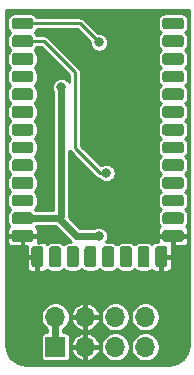
<source format=gbr>
G04 #@! TF.GenerationSoftware,KiCad,Pcbnew,(5.1.5)-3*
G04 #@! TF.CreationDate,2021-06-10T12:01:20+03:00*
G04 #@! TF.ProjectId,CNC3018Bluetooth,434e4333-3031-4384-926c-7565746f6f74,rev?*
G04 #@! TF.SameCoordinates,Original*
G04 #@! TF.FileFunction,Copper,L1,Top*
G04 #@! TF.FilePolarity,Positive*
%FSLAX46Y46*%
G04 Gerber Fmt 4.6, Leading zero omitted, Abs format (unit mm)*
G04 Created by KiCad (PCBNEW (5.1.5)-3) date 2021-06-10 12:01:20*
%MOMM*%
%LPD*%
G04 APERTURE LIST*
%ADD10C,0.100000*%
%ADD11O,1.700000X1.700000*%
%ADD12R,1.700000X1.700000*%
%ADD13C,0.800000*%
%ADD14C,0.600000*%
%ADD15C,0.250000*%
%ADD16C,0.254000*%
G04 APERTURE END LIST*
G04 #@! TA.AperFunction,SMDPad,CuDef*
D10*
G36*
X143483504Y-97974205D02*
G01*
X143507773Y-97977805D01*
X143531571Y-97983766D01*
X143554671Y-97992031D01*
X143576849Y-98002521D01*
X143597893Y-98015134D01*
X143617598Y-98029748D01*
X143635777Y-98046224D01*
X143652253Y-98064403D01*
X143666867Y-98084108D01*
X143679480Y-98105152D01*
X143689970Y-98127330D01*
X143698235Y-98150430D01*
X143704196Y-98174228D01*
X143707796Y-98198497D01*
X143709000Y-98223001D01*
X143709000Y-98723001D01*
X143707796Y-98747505D01*
X143704196Y-98771774D01*
X143698235Y-98795572D01*
X143689970Y-98818672D01*
X143679480Y-98840850D01*
X143666867Y-98861894D01*
X143652253Y-98881599D01*
X143635777Y-98899778D01*
X143617598Y-98916254D01*
X143597893Y-98930868D01*
X143576849Y-98943481D01*
X143554671Y-98953971D01*
X143531571Y-98962236D01*
X143507773Y-98968197D01*
X143483504Y-98971797D01*
X143459000Y-98973001D01*
X142159000Y-98973001D01*
X142134496Y-98971797D01*
X142110227Y-98968197D01*
X142086429Y-98962236D01*
X142063329Y-98953971D01*
X142041151Y-98943481D01*
X142020107Y-98930868D01*
X142000402Y-98916254D01*
X141982223Y-98899778D01*
X141965747Y-98881599D01*
X141951133Y-98861894D01*
X141938520Y-98840850D01*
X141928030Y-98818672D01*
X141919765Y-98795572D01*
X141913804Y-98771774D01*
X141910204Y-98747505D01*
X141909000Y-98723001D01*
X141909000Y-98223001D01*
X141910204Y-98198497D01*
X141913804Y-98174228D01*
X141919765Y-98150430D01*
X141928030Y-98127330D01*
X141938520Y-98105152D01*
X141951133Y-98084108D01*
X141965747Y-98064403D01*
X141982223Y-98046224D01*
X142000402Y-98029748D01*
X142020107Y-98015134D01*
X142041151Y-98002521D01*
X142063329Y-97992031D01*
X142086429Y-97983766D01*
X142110227Y-97977805D01*
X142134496Y-97974205D01*
X142159000Y-97973001D01*
X143459000Y-97973001D01*
X143483504Y-97974205D01*
G37*
G04 #@! TD.AperFunction*
G04 #@! TA.AperFunction,SMDPad,CuDef*
G36*
X143483504Y-99474205D02*
G01*
X143507773Y-99477805D01*
X143531571Y-99483766D01*
X143554671Y-99492031D01*
X143576849Y-99502521D01*
X143597893Y-99515134D01*
X143617598Y-99529748D01*
X143635777Y-99546224D01*
X143652253Y-99564403D01*
X143666867Y-99584108D01*
X143679480Y-99605152D01*
X143689970Y-99627330D01*
X143698235Y-99650430D01*
X143704196Y-99674228D01*
X143707796Y-99698497D01*
X143709000Y-99723001D01*
X143709000Y-100223001D01*
X143707796Y-100247505D01*
X143704196Y-100271774D01*
X143698235Y-100295572D01*
X143689970Y-100318672D01*
X143679480Y-100340850D01*
X143666867Y-100361894D01*
X143652253Y-100381599D01*
X143635777Y-100399778D01*
X143617598Y-100416254D01*
X143597893Y-100430868D01*
X143576849Y-100443481D01*
X143554671Y-100453971D01*
X143531571Y-100462236D01*
X143507773Y-100468197D01*
X143483504Y-100471797D01*
X143459000Y-100473001D01*
X142159000Y-100473001D01*
X142134496Y-100471797D01*
X142110227Y-100468197D01*
X142086429Y-100462236D01*
X142063329Y-100453971D01*
X142041151Y-100443481D01*
X142020107Y-100430868D01*
X142000402Y-100416254D01*
X141982223Y-100399778D01*
X141965747Y-100381599D01*
X141951133Y-100361894D01*
X141938520Y-100340850D01*
X141928030Y-100318672D01*
X141919765Y-100295572D01*
X141913804Y-100271774D01*
X141910204Y-100247505D01*
X141909000Y-100223001D01*
X141909000Y-99723001D01*
X141910204Y-99698497D01*
X141913804Y-99674228D01*
X141919765Y-99650430D01*
X141928030Y-99627330D01*
X141938520Y-99605152D01*
X141951133Y-99584108D01*
X141965747Y-99564403D01*
X141982223Y-99546224D01*
X142000402Y-99529748D01*
X142020107Y-99515134D01*
X142041151Y-99502521D01*
X142063329Y-99492031D01*
X142086429Y-99483766D01*
X142110227Y-99477805D01*
X142134496Y-99474205D01*
X142159000Y-99473001D01*
X143459000Y-99473001D01*
X143483504Y-99474205D01*
G37*
G04 #@! TD.AperFunction*
G04 #@! TA.AperFunction,SMDPad,CuDef*
G36*
X143483504Y-100974205D02*
G01*
X143507773Y-100977805D01*
X143531571Y-100983766D01*
X143554671Y-100992031D01*
X143576849Y-101002521D01*
X143597893Y-101015134D01*
X143617598Y-101029748D01*
X143635777Y-101046224D01*
X143652253Y-101064403D01*
X143666867Y-101084108D01*
X143679480Y-101105152D01*
X143689970Y-101127330D01*
X143698235Y-101150430D01*
X143704196Y-101174228D01*
X143707796Y-101198497D01*
X143709000Y-101223001D01*
X143709000Y-101723001D01*
X143707796Y-101747505D01*
X143704196Y-101771774D01*
X143698235Y-101795572D01*
X143689970Y-101818672D01*
X143679480Y-101840850D01*
X143666867Y-101861894D01*
X143652253Y-101881599D01*
X143635777Y-101899778D01*
X143617598Y-101916254D01*
X143597893Y-101930868D01*
X143576849Y-101943481D01*
X143554671Y-101953971D01*
X143531571Y-101962236D01*
X143507773Y-101968197D01*
X143483504Y-101971797D01*
X143459000Y-101973001D01*
X142159000Y-101973001D01*
X142134496Y-101971797D01*
X142110227Y-101968197D01*
X142086429Y-101962236D01*
X142063329Y-101953971D01*
X142041151Y-101943481D01*
X142020107Y-101930868D01*
X142000402Y-101916254D01*
X141982223Y-101899778D01*
X141965747Y-101881599D01*
X141951133Y-101861894D01*
X141938520Y-101840850D01*
X141928030Y-101818672D01*
X141919765Y-101795572D01*
X141913804Y-101771774D01*
X141910204Y-101747505D01*
X141909000Y-101723001D01*
X141909000Y-101223001D01*
X141910204Y-101198497D01*
X141913804Y-101174228D01*
X141919765Y-101150430D01*
X141928030Y-101127330D01*
X141938520Y-101105152D01*
X141951133Y-101084108D01*
X141965747Y-101064403D01*
X141982223Y-101046224D01*
X142000402Y-101029748D01*
X142020107Y-101015134D01*
X142041151Y-101002521D01*
X142063329Y-100992031D01*
X142086429Y-100983766D01*
X142110227Y-100977805D01*
X142134496Y-100974205D01*
X142159000Y-100973001D01*
X143459000Y-100973001D01*
X143483504Y-100974205D01*
G37*
G04 #@! TD.AperFunction*
G04 #@! TA.AperFunction,SMDPad,CuDef*
G36*
X143483504Y-102474205D02*
G01*
X143507773Y-102477805D01*
X143531571Y-102483766D01*
X143554671Y-102492031D01*
X143576849Y-102502521D01*
X143597893Y-102515134D01*
X143617598Y-102529748D01*
X143635777Y-102546224D01*
X143652253Y-102564403D01*
X143666867Y-102584108D01*
X143679480Y-102605152D01*
X143689970Y-102627330D01*
X143698235Y-102650430D01*
X143704196Y-102674228D01*
X143707796Y-102698497D01*
X143709000Y-102723001D01*
X143709000Y-103223001D01*
X143707796Y-103247505D01*
X143704196Y-103271774D01*
X143698235Y-103295572D01*
X143689970Y-103318672D01*
X143679480Y-103340850D01*
X143666867Y-103361894D01*
X143652253Y-103381599D01*
X143635777Y-103399778D01*
X143617598Y-103416254D01*
X143597893Y-103430868D01*
X143576849Y-103443481D01*
X143554671Y-103453971D01*
X143531571Y-103462236D01*
X143507773Y-103468197D01*
X143483504Y-103471797D01*
X143459000Y-103473001D01*
X142159000Y-103473001D01*
X142134496Y-103471797D01*
X142110227Y-103468197D01*
X142086429Y-103462236D01*
X142063329Y-103453971D01*
X142041151Y-103443481D01*
X142020107Y-103430868D01*
X142000402Y-103416254D01*
X141982223Y-103399778D01*
X141965747Y-103381599D01*
X141951133Y-103361894D01*
X141938520Y-103340850D01*
X141928030Y-103318672D01*
X141919765Y-103295572D01*
X141913804Y-103271774D01*
X141910204Y-103247505D01*
X141909000Y-103223001D01*
X141909000Y-102723001D01*
X141910204Y-102698497D01*
X141913804Y-102674228D01*
X141919765Y-102650430D01*
X141928030Y-102627330D01*
X141938520Y-102605152D01*
X141951133Y-102584108D01*
X141965747Y-102564403D01*
X141982223Y-102546224D01*
X142000402Y-102529748D01*
X142020107Y-102515134D01*
X142041151Y-102502521D01*
X142063329Y-102492031D01*
X142086429Y-102483766D01*
X142110227Y-102477805D01*
X142134496Y-102474205D01*
X142159000Y-102473001D01*
X143459000Y-102473001D01*
X143483504Y-102474205D01*
G37*
G04 #@! TD.AperFunction*
G04 #@! TA.AperFunction,SMDPad,CuDef*
G36*
X143483504Y-103974205D02*
G01*
X143507773Y-103977805D01*
X143531571Y-103983766D01*
X143554671Y-103992031D01*
X143576849Y-104002521D01*
X143597893Y-104015134D01*
X143617598Y-104029748D01*
X143635777Y-104046224D01*
X143652253Y-104064403D01*
X143666867Y-104084108D01*
X143679480Y-104105152D01*
X143689970Y-104127330D01*
X143698235Y-104150430D01*
X143704196Y-104174228D01*
X143707796Y-104198497D01*
X143709000Y-104223001D01*
X143709000Y-104723001D01*
X143707796Y-104747505D01*
X143704196Y-104771774D01*
X143698235Y-104795572D01*
X143689970Y-104818672D01*
X143679480Y-104840850D01*
X143666867Y-104861894D01*
X143652253Y-104881599D01*
X143635777Y-104899778D01*
X143617598Y-104916254D01*
X143597893Y-104930868D01*
X143576849Y-104943481D01*
X143554671Y-104953971D01*
X143531571Y-104962236D01*
X143507773Y-104968197D01*
X143483504Y-104971797D01*
X143459000Y-104973001D01*
X142159000Y-104973001D01*
X142134496Y-104971797D01*
X142110227Y-104968197D01*
X142086429Y-104962236D01*
X142063329Y-104953971D01*
X142041151Y-104943481D01*
X142020107Y-104930868D01*
X142000402Y-104916254D01*
X141982223Y-104899778D01*
X141965747Y-104881599D01*
X141951133Y-104861894D01*
X141938520Y-104840850D01*
X141928030Y-104818672D01*
X141919765Y-104795572D01*
X141913804Y-104771774D01*
X141910204Y-104747505D01*
X141909000Y-104723001D01*
X141909000Y-104223001D01*
X141910204Y-104198497D01*
X141913804Y-104174228D01*
X141919765Y-104150430D01*
X141928030Y-104127330D01*
X141938520Y-104105152D01*
X141951133Y-104084108D01*
X141965747Y-104064403D01*
X141982223Y-104046224D01*
X142000402Y-104029748D01*
X142020107Y-104015134D01*
X142041151Y-104002521D01*
X142063329Y-103992031D01*
X142086429Y-103983766D01*
X142110227Y-103977805D01*
X142134496Y-103974205D01*
X142159000Y-103973001D01*
X143459000Y-103973001D01*
X143483504Y-103974205D01*
G37*
G04 #@! TD.AperFunction*
G04 #@! TA.AperFunction,SMDPad,CuDef*
G36*
X143483504Y-105474205D02*
G01*
X143507773Y-105477805D01*
X143531571Y-105483766D01*
X143554671Y-105492031D01*
X143576849Y-105502521D01*
X143597893Y-105515134D01*
X143617598Y-105529748D01*
X143635777Y-105546224D01*
X143652253Y-105564403D01*
X143666867Y-105584108D01*
X143679480Y-105605152D01*
X143689970Y-105627330D01*
X143698235Y-105650430D01*
X143704196Y-105674228D01*
X143707796Y-105698497D01*
X143709000Y-105723001D01*
X143709000Y-106223001D01*
X143707796Y-106247505D01*
X143704196Y-106271774D01*
X143698235Y-106295572D01*
X143689970Y-106318672D01*
X143679480Y-106340850D01*
X143666867Y-106361894D01*
X143652253Y-106381599D01*
X143635777Y-106399778D01*
X143617598Y-106416254D01*
X143597893Y-106430868D01*
X143576849Y-106443481D01*
X143554671Y-106453971D01*
X143531571Y-106462236D01*
X143507773Y-106468197D01*
X143483504Y-106471797D01*
X143459000Y-106473001D01*
X142159000Y-106473001D01*
X142134496Y-106471797D01*
X142110227Y-106468197D01*
X142086429Y-106462236D01*
X142063329Y-106453971D01*
X142041151Y-106443481D01*
X142020107Y-106430868D01*
X142000402Y-106416254D01*
X141982223Y-106399778D01*
X141965747Y-106381599D01*
X141951133Y-106361894D01*
X141938520Y-106340850D01*
X141928030Y-106318672D01*
X141919765Y-106295572D01*
X141913804Y-106271774D01*
X141910204Y-106247505D01*
X141909000Y-106223001D01*
X141909000Y-105723001D01*
X141910204Y-105698497D01*
X141913804Y-105674228D01*
X141919765Y-105650430D01*
X141928030Y-105627330D01*
X141938520Y-105605152D01*
X141951133Y-105584108D01*
X141965747Y-105564403D01*
X141982223Y-105546224D01*
X142000402Y-105529748D01*
X142020107Y-105515134D01*
X142041151Y-105502521D01*
X142063329Y-105492031D01*
X142086429Y-105483766D01*
X142110227Y-105477805D01*
X142134496Y-105474205D01*
X142159000Y-105473001D01*
X143459000Y-105473001D01*
X143483504Y-105474205D01*
G37*
G04 #@! TD.AperFunction*
G04 #@! TA.AperFunction,SMDPad,CuDef*
G36*
X143483504Y-106974205D02*
G01*
X143507773Y-106977805D01*
X143531571Y-106983766D01*
X143554671Y-106992031D01*
X143576849Y-107002521D01*
X143597893Y-107015134D01*
X143617598Y-107029748D01*
X143635777Y-107046224D01*
X143652253Y-107064403D01*
X143666867Y-107084108D01*
X143679480Y-107105152D01*
X143689970Y-107127330D01*
X143698235Y-107150430D01*
X143704196Y-107174228D01*
X143707796Y-107198497D01*
X143709000Y-107223001D01*
X143709000Y-107723001D01*
X143707796Y-107747505D01*
X143704196Y-107771774D01*
X143698235Y-107795572D01*
X143689970Y-107818672D01*
X143679480Y-107840850D01*
X143666867Y-107861894D01*
X143652253Y-107881599D01*
X143635777Y-107899778D01*
X143617598Y-107916254D01*
X143597893Y-107930868D01*
X143576849Y-107943481D01*
X143554671Y-107953971D01*
X143531571Y-107962236D01*
X143507773Y-107968197D01*
X143483504Y-107971797D01*
X143459000Y-107973001D01*
X142159000Y-107973001D01*
X142134496Y-107971797D01*
X142110227Y-107968197D01*
X142086429Y-107962236D01*
X142063329Y-107953971D01*
X142041151Y-107943481D01*
X142020107Y-107930868D01*
X142000402Y-107916254D01*
X141982223Y-107899778D01*
X141965747Y-107881599D01*
X141951133Y-107861894D01*
X141938520Y-107840850D01*
X141928030Y-107818672D01*
X141919765Y-107795572D01*
X141913804Y-107771774D01*
X141910204Y-107747505D01*
X141909000Y-107723001D01*
X141909000Y-107223001D01*
X141910204Y-107198497D01*
X141913804Y-107174228D01*
X141919765Y-107150430D01*
X141928030Y-107127330D01*
X141938520Y-107105152D01*
X141951133Y-107084108D01*
X141965747Y-107064403D01*
X141982223Y-107046224D01*
X142000402Y-107029748D01*
X142020107Y-107015134D01*
X142041151Y-107002521D01*
X142063329Y-106992031D01*
X142086429Y-106983766D01*
X142110227Y-106977805D01*
X142134496Y-106974205D01*
X142159000Y-106973001D01*
X143459000Y-106973001D01*
X143483504Y-106974205D01*
G37*
G04 #@! TD.AperFunction*
G04 #@! TA.AperFunction,SMDPad,CuDef*
G36*
X143483504Y-108474205D02*
G01*
X143507773Y-108477805D01*
X143531571Y-108483766D01*
X143554671Y-108492031D01*
X143576849Y-108502521D01*
X143597893Y-108515134D01*
X143617598Y-108529748D01*
X143635777Y-108546224D01*
X143652253Y-108564403D01*
X143666867Y-108584108D01*
X143679480Y-108605152D01*
X143689970Y-108627330D01*
X143698235Y-108650430D01*
X143704196Y-108674228D01*
X143707796Y-108698497D01*
X143709000Y-108723001D01*
X143709000Y-109223001D01*
X143707796Y-109247505D01*
X143704196Y-109271774D01*
X143698235Y-109295572D01*
X143689970Y-109318672D01*
X143679480Y-109340850D01*
X143666867Y-109361894D01*
X143652253Y-109381599D01*
X143635777Y-109399778D01*
X143617598Y-109416254D01*
X143597893Y-109430868D01*
X143576849Y-109443481D01*
X143554671Y-109453971D01*
X143531571Y-109462236D01*
X143507773Y-109468197D01*
X143483504Y-109471797D01*
X143459000Y-109473001D01*
X142159000Y-109473001D01*
X142134496Y-109471797D01*
X142110227Y-109468197D01*
X142086429Y-109462236D01*
X142063329Y-109453971D01*
X142041151Y-109443481D01*
X142020107Y-109430868D01*
X142000402Y-109416254D01*
X141982223Y-109399778D01*
X141965747Y-109381599D01*
X141951133Y-109361894D01*
X141938520Y-109340850D01*
X141928030Y-109318672D01*
X141919765Y-109295572D01*
X141913804Y-109271774D01*
X141910204Y-109247505D01*
X141909000Y-109223001D01*
X141909000Y-108723001D01*
X141910204Y-108698497D01*
X141913804Y-108674228D01*
X141919765Y-108650430D01*
X141928030Y-108627330D01*
X141938520Y-108605152D01*
X141951133Y-108584108D01*
X141965747Y-108564403D01*
X141982223Y-108546224D01*
X142000402Y-108529748D01*
X142020107Y-108515134D01*
X142041151Y-108502521D01*
X142063329Y-108492031D01*
X142086429Y-108483766D01*
X142110227Y-108477805D01*
X142134496Y-108474205D01*
X142159000Y-108473001D01*
X143459000Y-108473001D01*
X143483504Y-108474205D01*
G37*
G04 #@! TD.AperFunction*
G04 #@! TA.AperFunction,SMDPad,CuDef*
G36*
X143483504Y-109974205D02*
G01*
X143507773Y-109977805D01*
X143531571Y-109983766D01*
X143554671Y-109992031D01*
X143576849Y-110002521D01*
X143597893Y-110015134D01*
X143617598Y-110029748D01*
X143635777Y-110046224D01*
X143652253Y-110064403D01*
X143666867Y-110084108D01*
X143679480Y-110105152D01*
X143689970Y-110127330D01*
X143698235Y-110150430D01*
X143704196Y-110174228D01*
X143707796Y-110198497D01*
X143709000Y-110223001D01*
X143709000Y-110723001D01*
X143707796Y-110747505D01*
X143704196Y-110771774D01*
X143698235Y-110795572D01*
X143689970Y-110818672D01*
X143679480Y-110840850D01*
X143666867Y-110861894D01*
X143652253Y-110881599D01*
X143635777Y-110899778D01*
X143617598Y-110916254D01*
X143597893Y-110930868D01*
X143576849Y-110943481D01*
X143554671Y-110953971D01*
X143531571Y-110962236D01*
X143507773Y-110968197D01*
X143483504Y-110971797D01*
X143459000Y-110973001D01*
X142159000Y-110973001D01*
X142134496Y-110971797D01*
X142110227Y-110968197D01*
X142086429Y-110962236D01*
X142063329Y-110953971D01*
X142041151Y-110943481D01*
X142020107Y-110930868D01*
X142000402Y-110916254D01*
X141982223Y-110899778D01*
X141965747Y-110881599D01*
X141951133Y-110861894D01*
X141938520Y-110840850D01*
X141928030Y-110818672D01*
X141919765Y-110795572D01*
X141913804Y-110771774D01*
X141910204Y-110747505D01*
X141909000Y-110723001D01*
X141909000Y-110223001D01*
X141910204Y-110198497D01*
X141913804Y-110174228D01*
X141919765Y-110150430D01*
X141928030Y-110127330D01*
X141938520Y-110105152D01*
X141951133Y-110084108D01*
X141965747Y-110064403D01*
X141982223Y-110046224D01*
X142000402Y-110029748D01*
X142020107Y-110015134D01*
X142041151Y-110002521D01*
X142063329Y-109992031D01*
X142086429Y-109983766D01*
X142110227Y-109977805D01*
X142134496Y-109974205D01*
X142159000Y-109973001D01*
X143459000Y-109973001D01*
X143483504Y-109974205D01*
G37*
G04 #@! TD.AperFunction*
G04 #@! TA.AperFunction,SMDPad,CuDef*
G36*
X143483504Y-111474205D02*
G01*
X143507773Y-111477805D01*
X143531571Y-111483766D01*
X143554671Y-111492031D01*
X143576849Y-111502521D01*
X143597893Y-111515134D01*
X143617598Y-111529748D01*
X143635777Y-111546224D01*
X143652253Y-111564403D01*
X143666867Y-111584108D01*
X143679480Y-111605152D01*
X143689970Y-111627330D01*
X143698235Y-111650430D01*
X143704196Y-111674228D01*
X143707796Y-111698497D01*
X143709000Y-111723001D01*
X143709000Y-112223001D01*
X143707796Y-112247505D01*
X143704196Y-112271774D01*
X143698235Y-112295572D01*
X143689970Y-112318672D01*
X143679480Y-112340850D01*
X143666867Y-112361894D01*
X143652253Y-112381599D01*
X143635777Y-112399778D01*
X143617598Y-112416254D01*
X143597893Y-112430868D01*
X143576849Y-112443481D01*
X143554671Y-112453971D01*
X143531571Y-112462236D01*
X143507773Y-112468197D01*
X143483504Y-112471797D01*
X143459000Y-112473001D01*
X142159000Y-112473001D01*
X142134496Y-112471797D01*
X142110227Y-112468197D01*
X142086429Y-112462236D01*
X142063329Y-112453971D01*
X142041151Y-112443481D01*
X142020107Y-112430868D01*
X142000402Y-112416254D01*
X141982223Y-112399778D01*
X141965747Y-112381599D01*
X141951133Y-112361894D01*
X141938520Y-112340850D01*
X141928030Y-112318672D01*
X141919765Y-112295572D01*
X141913804Y-112271774D01*
X141910204Y-112247505D01*
X141909000Y-112223001D01*
X141909000Y-111723001D01*
X141910204Y-111698497D01*
X141913804Y-111674228D01*
X141919765Y-111650430D01*
X141928030Y-111627330D01*
X141938520Y-111605152D01*
X141951133Y-111584108D01*
X141965747Y-111564403D01*
X141982223Y-111546224D01*
X142000402Y-111529748D01*
X142020107Y-111515134D01*
X142041151Y-111502521D01*
X142063329Y-111492031D01*
X142086429Y-111483766D01*
X142110227Y-111477805D01*
X142134496Y-111474205D01*
X142159000Y-111473001D01*
X143459000Y-111473001D01*
X143483504Y-111474205D01*
G37*
G04 #@! TD.AperFunction*
G04 #@! TA.AperFunction,SMDPad,CuDef*
G36*
X143483504Y-112974205D02*
G01*
X143507773Y-112977805D01*
X143531571Y-112983766D01*
X143554671Y-112992031D01*
X143576849Y-113002521D01*
X143597893Y-113015134D01*
X143617598Y-113029748D01*
X143635777Y-113046224D01*
X143652253Y-113064403D01*
X143666867Y-113084108D01*
X143679480Y-113105152D01*
X143689970Y-113127330D01*
X143698235Y-113150430D01*
X143704196Y-113174228D01*
X143707796Y-113198497D01*
X143709000Y-113223001D01*
X143709000Y-113723001D01*
X143707796Y-113747505D01*
X143704196Y-113771774D01*
X143698235Y-113795572D01*
X143689970Y-113818672D01*
X143679480Y-113840850D01*
X143666867Y-113861894D01*
X143652253Y-113881599D01*
X143635777Y-113899778D01*
X143617598Y-113916254D01*
X143597893Y-113930868D01*
X143576849Y-113943481D01*
X143554671Y-113953971D01*
X143531571Y-113962236D01*
X143507773Y-113968197D01*
X143483504Y-113971797D01*
X143459000Y-113973001D01*
X142159000Y-113973001D01*
X142134496Y-113971797D01*
X142110227Y-113968197D01*
X142086429Y-113962236D01*
X142063329Y-113953971D01*
X142041151Y-113943481D01*
X142020107Y-113930868D01*
X142000402Y-113916254D01*
X141982223Y-113899778D01*
X141965747Y-113881599D01*
X141951133Y-113861894D01*
X141938520Y-113840850D01*
X141928030Y-113818672D01*
X141919765Y-113795572D01*
X141913804Y-113771774D01*
X141910204Y-113747505D01*
X141909000Y-113723001D01*
X141909000Y-113223001D01*
X141910204Y-113198497D01*
X141913804Y-113174228D01*
X141919765Y-113150430D01*
X141928030Y-113127330D01*
X141938520Y-113105152D01*
X141951133Y-113084108D01*
X141965747Y-113064403D01*
X141982223Y-113046224D01*
X142000402Y-113029748D01*
X142020107Y-113015134D01*
X142041151Y-113002521D01*
X142063329Y-112992031D01*
X142086429Y-112983766D01*
X142110227Y-112977805D01*
X142134496Y-112974205D01*
X142159000Y-112973001D01*
X143459000Y-112973001D01*
X143483504Y-112974205D01*
G37*
G04 #@! TD.AperFunction*
G04 #@! TA.AperFunction,SMDPad,CuDef*
G36*
X143483504Y-114474205D02*
G01*
X143507773Y-114477805D01*
X143531571Y-114483766D01*
X143554671Y-114492031D01*
X143576849Y-114502521D01*
X143597893Y-114515134D01*
X143617598Y-114529748D01*
X143635777Y-114546224D01*
X143652253Y-114564403D01*
X143666867Y-114584108D01*
X143679480Y-114605152D01*
X143689970Y-114627330D01*
X143698235Y-114650430D01*
X143704196Y-114674228D01*
X143707796Y-114698497D01*
X143709000Y-114723001D01*
X143709000Y-115223001D01*
X143707796Y-115247505D01*
X143704196Y-115271774D01*
X143698235Y-115295572D01*
X143689970Y-115318672D01*
X143679480Y-115340850D01*
X143666867Y-115361894D01*
X143652253Y-115381599D01*
X143635777Y-115399778D01*
X143617598Y-115416254D01*
X143597893Y-115430868D01*
X143576849Y-115443481D01*
X143554671Y-115453971D01*
X143531571Y-115462236D01*
X143507773Y-115468197D01*
X143483504Y-115471797D01*
X143459000Y-115473001D01*
X142159000Y-115473001D01*
X142134496Y-115471797D01*
X142110227Y-115468197D01*
X142086429Y-115462236D01*
X142063329Y-115453971D01*
X142041151Y-115443481D01*
X142020107Y-115430868D01*
X142000402Y-115416254D01*
X141982223Y-115399778D01*
X141965747Y-115381599D01*
X141951133Y-115361894D01*
X141938520Y-115340850D01*
X141928030Y-115318672D01*
X141919765Y-115295572D01*
X141913804Y-115271774D01*
X141910204Y-115247505D01*
X141909000Y-115223001D01*
X141909000Y-114723001D01*
X141910204Y-114698497D01*
X141913804Y-114674228D01*
X141919765Y-114650430D01*
X141928030Y-114627330D01*
X141938520Y-114605152D01*
X141951133Y-114584108D01*
X141965747Y-114564403D01*
X141982223Y-114546224D01*
X142000402Y-114529748D01*
X142020107Y-114515134D01*
X142041151Y-114502521D01*
X142063329Y-114492031D01*
X142086429Y-114483766D01*
X142110227Y-114477805D01*
X142134496Y-114474205D01*
X142159000Y-114473001D01*
X143459000Y-114473001D01*
X143483504Y-114474205D01*
G37*
G04 #@! TD.AperFunction*
G04 #@! TA.AperFunction,SMDPad,CuDef*
G36*
X143483504Y-115974205D02*
G01*
X143507773Y-115977805D01*
X143531571Y-115983766D01*
X143554671Y-115992031D01*
X143576849Y-116002521D01*
X143597893Y-116015134D01*
X143617598Y-116029748D01*
X143635777Y-116046224D01*
X143652253Y-116064403D01*
X143666867Y-116084108D01*
X143679480Y-116105152D01*
X143689970Y-116127330D01*
X143698235Y-116150430D01*
X143704196Y-116174228D01*
X143707796Y-116198497D01*
X143709000Y-116223001D01*
X143709000Y-116723001D01*
X143707796Y-116747505D01*
X143704196Y-116771774D01*
X143698235Y-116795572D01*
X143689970Y-116818672D01*
X143679480Y-116840850D01*
X143666867Y-116861894D01*
X143652253Y-116881599D01*
X143635777Y-116899778D01*
X143617598Y-116916254D01*
X143597893Y-116930868D01*
X143576849Y-116943481D01*
X143554671Y-116953971D01*
X143531571Y-116962236D01*
X143507773Y-116968197D01*
X143483504Y-116971797D01*
X143459000Y-116973001D01*
X142159000Y-116973001D01*
X142134496Y-116971797D01*
X142110227Y-116968197D01*
X142086429Y-116962236D01*
X142063329Y-116953971D01*
X142041151Y-116943481D01*
X142020107Y-116930868D01*
X142000402Y-116916254D01*
X141982223Y-116899778D01*
X141965747Y-116881599D01*
X141951133Y-116861894D01*
X141938520Y-116840850D01*
X141928030Y-116818672D01*
X141919765Y-116795572D01*
X141913804Y-116771774D01*
X141910204Y-116747505D01*
X141909000Y-116723001D01*
X141909000Y-116223001D01*
X141910204Y-116198497D01*
X141913804Y-116174228D01*
X141919765Y-116150430D01*
X141928030Y-116127330D01*
X141938520Y-116105152D01*
X141951133Y-116084108D01*
X141965747Y-116064403D01*
X141982223Y-116046224D01*
X142000402Y-116029748D01*
X142020107Y-116015134D01*
X142041151Y-116002521D01*
X142063329Y-115992031D01*
X142086429Y-115983766D01*
X142110227Y-115977805D01*
X142134496Y-115974205D01*
X142159000Y-115973001D01*
X143459000Y-115973001D01*
X143483504Y-115974205D01*
G37*
G04 #@! TD.AperFunction*
G04 #@! TA.AperFunction,SMDPad,CuDef*
G36*
X142083504Y-117324205D02*
G01*
X142107773Y-117327805D01*
X142131571Y-117333766D01*
X142154671Y-117342031D01*
X142176849Y-117352521D01*
X142197893Y-117365134D01*
X142217598Y-117379748D01*
X142235777Y-117396224D01*
X142252253Y-117414403D01*
X142266867Y-117434108D01*
X142279480Y-117455152D01*
X142289970Y-117477330D01*
X142298235Y-117500430D01*
X142304196Y-117524228D01*
X142307796Y-117548497D01*
X142309000Y-117573001D01*
X142309000Y-118873001D01*
X142307796Y-118897505D01*
X142304196Y-118921774D01*
X142298235Y-118945572D01*
X142289970Y-118968672D01*
X142279480Y-118990850D01*
X142266867Y-119011894D01*
X142252253Y-119031599D01*
X142235777Y-119049778D01*
X142217598Y-119066254D01*
X142197893Y-119080868D01*
X142176849Y-119093481D01*
X142154671Y-119103971D01*
X142131571Y-119112236D01*
X142107773Y-119118197D01*
X142083504Y-119121797D01*
X142059000Y-119123001D01*
X141559000Y-119123001D01*
X141534496Y-119121797D01*
X141510227Y-119118197D01*
X141486429Y-119112236D01*
X141463329Y-119103971D01*
X141441151Y-119093481D01*
X141420107Y-119080868D01*
X141400402Y-119066254D01*
X141382223Y-119049778D01*
X141365747Y-119031599D01*
X141351133Y-119011894D01*
X141338520Y-118990850D01*
X141328030Y-118968672D01*
X141319765Y-118945572D01*
X141313804Y-118921774D01*
X141310204Y-118897505D01*
X141309000Y-118873001D01*
X141309000Y-117573001D01*
X141310204Y-117548497D01*
X141313804Y-117524228D01*
X141319765Y-117500430D01*
X141328030Y-117477330D01*
X141338520Y-117455152D01*
X141351133Y-117434108D01*
X141365747Y-117414403D01*
X141382223Y-117396224D01*
X141400402Y-117379748D01*
X141420107Y-117365134D01*
X141441151Y-117352521D01*
X141463329Y-117342031D01*
X141486429Y-117333766D01*
X141510227Y-117327805D01*
X141534496Y-117324205D01*
X141559000Y-117323001D01*
X142059000Y-117323001D01*
X142083504Y-117324205D01*
G37*
G04 #@! TD.AperFunction*
G04 #@! TA.AperFunction,SMDPad,CuDef*
G36*
X140583504Y-117324205D02*
G01*
X140607773Y-117327805D01*
X140631571Y-117333766D01*
X140654671Y-117342031D01*
X140676849Y-117352521D01*
X140697893Y-117365134D01*
X140717598Y-117379748D01*
X140735777Y-117396224D01*
X140752253Y-117414403D01*
X140766867Y-117434108D01*
X140779480Y-117455152D01*
X140789970Y-117477330D01*
X140798235Y-117500430D01*
X140804196Y-117524228D01*
X140807796Y-117548497D01*
X140809000Y-117573001D01*
X140809000Y-118873001D01*
X140807796Y-118897505D01*
X140804196Y-118921774D01*
X140798235Y-118945572D01*
X140789970Y-118968672D01*
X140779480Y-118990850D01*
X140766867Y-119011894D01*
X140752253Y-119031599D01*
X140735777Y-119049778D01*
X140717598Y-119066254D01*
X140697893Y-119080868D01*
X140676849Y-119093481D01*
X140654671Y-119103971D01*
X140631571Y-119112236D01*
X140607773Y-119118197D01*
X140583504Y-119121797D01*
X140559000Y-119123001D01*
X140059000Y-119123001D01*
X140034496Y-119121797D01*
X140010227Y-119118197D01*
X139986429Y-119112236D01*
X139963329Y-119103971D01*
X139941151Y-119093481D01*
X139920107Y-119080868D01*
X139900402Y-119066254D01*
X139882223Y-119049778D01*
X139865747Y-119031599D01*
X139851133Y-119011894D01*
X139838520Y-118990850D01*
X139828030Y-118968672D01*
X139819765Y-118945572D01*
X139813804Y-118921774D01*
X139810204Y-118897505D01*
X139809000Y-118873001D01*
X139809000Y-117573001D01*
X139810204Y-117548497D01*
X139813804Y-117524228D01*
X139819765Y-117500430D01*
X139828030Y-117477330D01*
X139838520Y-117455152D01*
X139851133Y-117434108D01*
X139865747Y-117414403D01*
X139882223Y-117396224D01*
X139900402Y-117379748D01*
X139920107Y-117365134D01*
X139941151Y-117352521D01*
X139963329Y-117342031D01*
X139986429Y-117333766D01*
X140010227Y-117327805D01*
X140034496Y-117324205D01*
X140059000Y-117323001D01*
X140559000Y-117323001D01*
X140583504Y-117324205D01*
G37*
G04 #@! TD.AperFunction*
G04 #@! TA.AperFunction,SMDPad,CuDef*
G36*
X139083504Y-117324205D02*
G01*
X139107773Y-117327805D01*
X139131571Y-117333766D01*
X139154671Y-117342031D01*
X139176849Y-117352521D01*
X139197893Y-117365134D01*
X139217598Y-117379748D01*
X139235777Y-117396224D01*
X139252253Y-117414403D01*
X139266867Y-117434108D01*
X139279480Y-117455152D01*
X139289970Y-117477330D01*
X139298235Y-117500430D01*
X139304196Y-117524228D01*
X139307796Y-117548497D01*
X139309000Y-117573001D01*
X139309000Y-118873001D01*
X139307796Y-118897505D01*
X139304196Y-118921774D01*
X139298235Y-118945572D01*
X139289970Y-118968672D01*
X139279480Y-118990850D01*
X139266867Y-119011894D01*
X139252253Y-119031599D01*
X139235777Y-119049778D01*
X139217598Y-119066254D01*
X139197893Y-119080868D01*
X139176849Y-119093481D01*
X139154671Y-119103971D01*
X139131571Y-119112236D01*
X139107773Y-119118197D01*
X139083504Y-119121797D01*
X139059000Y-119123001D01*
X138559000Y-119123001D01*
X138534496Y-119121797D01*
X138510227Y-119118197D01*
X138486429Y-119112236D01*
X138463329Y-119103971D01*
X138441151Y-119093481D01*
X138420107Y-119080868D01*
X138400402Y-119066254D01*
X138382223Y-119049778D01*
X138365747Y-119031599D01*
X138351133Y-119011894D01*
X138338520Y-118990850D01*
X138328030Y-118968672D01*
X138319765Y-118945572D01*
X138313804Y-118921774D01*
X138310204Y-118897505D01*
X138309000Y-118873001D01*
X138309000Y-117573001D01*
X138310204Y-117548497D01*
X138313804Y-117524228D01*
X138319765Y-117500430D01*
X138328030Y-117477330D01*
X138338520Y-117455152D01*
X138351133Y-117434108D01*
X138365747Y-117414403D01*
X138382223Y-117396224D01*
X138400402Y-117379748D01*
X138420107Y-117365134D01*
X138441151Y-117352521D01*
X138463329Y-117342031D01*
X138486429Y-117333766D01*
X138510227Y-117327805D01*
X138534496Y-117324205D01*
X138559000Y-117323001D01*
X139059000Y-117323001D01*
X139083504Y-117324205D01*
G37*
G04 #@! TD.AperFunction*
G04 #@! TA.AperFunction,SMDPad,CuDef*
G36*
X137583504Y-117324205D02*
G01*
X137607773Y-117327805D01*
X137631571Y-117333766D01*
X137654671Y-117342031D01*
X137676849Y-117352521D01*
X137697893Y-117365134D01*
X137717598Y-117379748D01*
X137735777Y-117396224D01*
X137752253Y-117414403D01*
X137766867Y-117434108D01*
X137779480Y-117455152D01*
X137789970Y-117477330D01*
X137798235Y-117500430D01*
X137804196Y-117524228D01*
X137807796Y-117548497D01*
X137809000Y-117573001D01*
X137809000Y-118873001D01*
X137807796Y-118897505D01*
X137804196Y-118921774D01*
X137798235Y-118945572D01*
X137789970Y-118968672D01*
X137779480Y-118990850D01*
X137766867Y-119011894D01*
X137752253Y-119031599D01*
X137735777Y-119049778D01*
X137717598Y-119066254D01*
X137697893Y-119080868D01*
X137676849Y-119093481D01*
X137654671Y-119103971D01*
X137631571Y-119112236D01*
X137607773Y-119118197D01*
X137583504Y-119121797D01*
X137559000Y-119123001D01*
X137059000Y-119123001D01*
X137034496Y-119121797D01*
X137010227Y-119118197D01*
X136986429Y-119112236D01*
X136963329Y-119103971D01*
X136941151Y-119093481D01*
X136920107Y-119080868D01*
X136900402Y-119066254D01*
X136882223Y-119049778D01*
X136865747Y-119031599D01*
X136851133Y-119011894D01*
X136838520Y-118990850D01*
X136828030Y-118968672D01*
X136819765Y-118945572D01*
X136813804Y-118921774D01*
X136810204Y-118897505D01*
X136809000Y-118873001D01*
X136809000Y-117573001D01*
X136810204Y-117548497D01*
X136813804Y-117524228D01*
X136819765Y-117500430D01*
X136828030Y-117477330D01*
X136838520Y-117455152D01*
X136851133Y-117434108D01*
X136865747Y-117414403D01*
X136882223Y-117396224D01*
X136900402Y-117379748D01*
X136920107Y-117365134D01*
X136941151Y-117352521D01*
X136963329Y-117342031D01*
X136986429Y-117333766D01*
X137010227Y-117327805D01*
X137034496Y-117324205D01*
X137059000Y-117323001D01*
X137559000Y-117323001D01*
X137583504Y-117324205D01*
G37*
G04 #@! TD.AperFunction*
G04 #@! TA.AperFunction,SMDPad,CuDef*
G36*
X136083504Y-117324205D02*
G01*
X136107773Y-117327805D01*
X136131571Y-117333766D01*
X136154671Y-117342031D01*
X136176849Y-117352521D01*
X136197893Y-117365134D01*
X136217598Y-117379748D01*
X136235777Y-117396224D01*
X136252253Y-117414403D01*
X136266867Y-117434108D01*
X136279480Y-117455152D01*
X136289970Y-117477330D01*
X136298235Y-117500430D01*
X136304196Y-117524228D01*
X136307796Y-117548497D01*
X136309000Y-117573001D01*
X136309000Y-118873001D01*
X136307796Y-118897505D01*
X136304196Y-118921774D01*
X136298235Y-118945572D01*
X136289970Y-118968672D01*
X136279480Y-118990850D01*
X136266867Y-119011894D01*
X136252253Y-119031599D01*
X136235777Y-119049778D01*
X136217598Y-119066254D01*
X136197893Y-119080868D01*
X136176849Y-119093481D01*
X136154671Y-119103971D01*
X136131571Y-119112236D01*
X136107773Y-119118197D01*
X136083504Y-119121797D01*
X136059000Y-119123001D01*
X135559000Y-119123001D01*
X135534496Y-119121797D01*
X135510227Y-119118197D01*
X135486429Y-119112236D01*
X135463329Y-119103971D01*
X135441151Y-119093481D01*
X135420107Y-119080868D01*
X135400402Y-119066254D01*
X135382223Y-119049778D01*
X135365747Y-119031599D01*
X135351133Y-119011894D01*
X135338520Y-118990850D01*
X135328030Y-118968672D01*
X135319765Y-118945572D01*
X135313804Y-118921774D01*
X135310204Y-118897505D01*
X135309000Y-118873001D01*
X135309000Y-117573001D01*
X135310204Y-117548497D01*
X135313804Y-117524228D01*
X135319765Y-117500430D01*
X135328030Y-117477330D01*
X135338520Y-117455152D01*
X135351133Y-117434108D01*
X135365747Y-117414403D01*
X135382223Y-117396224D01*
X135400402Y-117379748D01*
X135420107Y-117365134D01*
X135441151Y-117352521D01*
X135463329Y-117342031D01*
X135486429Y-117333766D01*
X135510227Y-117327805D01*
X135534496Y-117324205D01*
X135559000Y-117323001D01*
X136059000Y-117323001D01*
X136083504Y-117324205D01*
G37*
G04 #@! TD.AperFunction*
G04 #@! TA.AperFunction,SMDPad,CuDef*
G36*
X134583504Y-117324205D02*
G01*
X134607773Y-117327805D01*
X134631571Y-117333766D01*
X134654671Y-117342031D01*
X134676849Y-117352521D01*
X134697893Y-117365134D01*
X134717598Y-117379748D01*
X134735777Y-117396224D01*
X134752253Y-117414403D01*
X134766867Y-117434108D01*
X134779480Y-117455152D01*
X134789970Y-117477330D01*
X134798235Y-117500430D01*
X134804196Y-117524228D01*
X134807796Y-117548497D01*
X134809000Y-117573001D01*
X134809000Y-118873001D01*
X134807796Y-118897505D01*
X134804196Y-118921774D01*
X134798235Y-118945572D01*
X134789970Y-118968672D01*
X134779480Y-118990850D01*
X134766867Y-119011894D01*
X134752253Y-119031599D01*
X134735777Y-119049778D01*
X134717598Y-119066254D01*
X134697893Y-119080868D01*
X134676849Y-119093481D01*
X134654671Y-119103971D01*
X134631571Y-119112236D01*
X134607773Y-119118197D01*
X134583504Y-119121797D01*
X134559000Y-119123001D01*
X134059000Y-119123001D01*
X134034496Y-119121797D01*
X134010227Y-119118197D01*
X133986429Y-119112236D01*
X133963329Y-119103971D01*
X133941151Y-119093481D01*
X133920107Y-119080868D01*
X133900402Y-119066254D01*
X133882223Y-119049778D01*
X133865747Y-119031599D01*
X133851133Y-119011894D01*
X133838520Y-118990850D01*
X133828030Y-118968672D01*
X133819765Y-118945572D01*
X133813804Y-118921774D01*
X133810204Y-118897505D01*
X133809000Y-118873001D01*
X133809000Y-117573001D01*
X133810204Y-117548497D01*
X133813804Y-117524228D01*
X133819765Y-117500430D01*
X133828030Y-117477330D01*
X133838520Y-117455152D01*
X133851133Y-117434108D01*
X133865747Y-117414403D01*
X133882223Y-117396224D01*
X133900402Y-117379748D01*
X133920107Y-117365134D01*
X133941151Y-117352521D01*
X133963329Y-117342031D01*
X133986429Y-117333766D01*
X134010227Y-117327805D01*
X134034496Y-117324205D01*
X134059000Y-117323001D01*
X134559000Y-117323001D01*
X134583504Y-117324205D01*
G37*
G04 #@! TD.AperFunction*
G04 #@! TA.AperFunction,SMDPad,CuDef*
G36*
X133083504Y-117324205D02*
G01*
X133107773Y-117327805D01*
X133131571Y-117333766D01*
X133154671Y-117342031D01*
X133176849Y-117352521D01*
X133197893Y-117365134D01*
X133217598Y-117379748D01*
X133235777Y-117396224D01*
X133252253Y-117414403D01*
X133266867Y-117434108D01*
X133279480Y-117455152D01*
X133289970Y-117477330D01*
X133298235Y-117500430D01*
X133304196Y-117524228D01*
X133307796Y-117548497D01*
X133309000Y-117573001D01*
X133309000Y-118873001D01*
X133307796Y-118897505D01*
X133304196Y-118921774D01*
X133298235Y-118945572D01*
X133289970Y-118968672D01*
X133279480Y-118990850D01*
X133266867Y-119011894D01*
X133252253Y-119031599D01*
X133235777Y-119049778D01*
X133217598Y-119066254D01*
X133197893Y-119080868D01*
X133176849Y-119093481D01*
X133154671Y-119103971D01*
X133131571Y-119112236D01*
X133107773Y-119118197D01*
X133083504Y-119121797D01*
X133059000Y-119123001D01*
X132559000Y-119123001D01*
X132534496Y-119121797D01*
X132510227Y-119118197D01*
X132486429Y-119112236D01*
X132463329Y-119103971D01*
X132441151Y-119093481D01*
X132420107Y-119080868D01*
X132400402Y-119066254D01*
X132382223Y-119049778D01*
X132365747Y-119031599D01*
X132351133Y-119011894D01*
X132338520Y-118990850D01*
X132328030Y-118968672D01*
X132319765Y-118945572D01*
X132313804Y-118921774D01*
X132310204Y-118897505D01*
X132309000Y-118873001D01*
X132309000Y-117573001D01*
X132310204Y-117548497D01*
X132313804Y-117524228D01*
X132319765Y-117500430D01*
X132328030Y-117477330D01*
X132338520Y-117455152D01*
X132351133Y-117434108D01*
X132365747Y-117414403D01*
X132382223Y-117396224D01*
X132400402Y-117379748D01*
X132420107Y-117365134D01*
X132441151Y-117352521D01*
X132463329Y-117342031D01*
X132486429Y-117333766D01*
X132510227Y-117327805D01*
X132534496Y-117324205D01*
X132559000Y-117323001D01*
X133059000Y-117323001D01*
X133083504Y-117324205D01*
G37*
G04 #@! TD.AperFunction*
G04 #@! TA.AperFunction,SMDPad,CuDef*
G36*
X131583504Y-117324205D02*
G01*
X131607773Y-117327805D01*
X131631571Y-117333766D01*
X131654671Y-117342031D01*
X131676849Y-117352521D01*
X131697893Y-117365134D01*
X131717598Y-117379748D01*
X131735777Y-117396224D01*
X131752253Y-117414403D01*
X131766867Y-117434108D01*
X131779480Y-117455152D01*
X131789970Y-117477330D01*
X131798235Y-117500430D01*
X131804196Y-117524228D01*
X131807796Y-117548497D01*
X131809000Y-117573001D01*
X131809000Y-118873001D01*
X131807796Y-118897505D01*
X131804196Y-118921774D01*
X131798235Y-118945572D01*
X131789970Y-118968672D01*
X131779480Y-118990850D01*
X131766867Y-119011894D01*
X131752253Y-119031599D01*
X131735777Y-119049778D01*
X131717598Y-119066254D01*
X131697893Y-119080868D01*
X131676849Y-119093481D01*
X131654671Y-119103971D01*
X131631571Y-119112236D01*
X131607773Y-119118197D01*
X131583504Y-119121797D01*
X131559000Y-119123001D01*
X131059000Y-119123001D01*
X131034496Y-119121797D01*
X131010227Y-119118197D01*
X130986429Y-119112236D01*
X130963329Y-119103971D01*
X130941151Y-119093481D01*
X130920107Y-119080868D01*
X130900402Y-119066254D01*
X130882223Y-119049778D01*
X130865747Y-119031599D01*
X130851133Y-119011894D01*
X130838520Y-118990850D01*
X130828030Y-118968672D01*
X130819765Y-118945572D01*
X130813804Y-118921774D01*
X130810204Y-118897505D01*
X130809000Y-118873001D01*
X130809000Y-117573001D01*
X130810204Y-117548497D01*
X130813804Y-117524228D01*
X130819765Y-117500430D01*
X130828030Y-117477330D01*
X130838520Y-117455152D01*
X130851133Y-117434108D01*
X130865747Y-117414403D01*
X130882223Y-117396224D01*
X130900402Y-117379748D01*
X130920107Y-117365134D01*
X130941151Y-117352521D01*
X130963329Y-117342031D01*
X130986429Y-117333766D01*
X131010227Y-117327805D01*
X131034496Y-117324205D01*
X131059000Y-117323001D01*
X131559000Y-117323001D01*
X131583504Y-117324205D01*
G37*
G04 #@! TD.AperFunction*
G04 #@! TA.AperFunction,SMDPad,CuDef*
G36*
X130733504Y-115974205D02*
G01*
X130757773Y-115977805D01*
X130781571Y-115983766D01*
X130804671Y-115992031D01*
X130826849Y-116002521D01*
X130847893Y-116015134D01*
X130867598Y-116029748D01*
X130885777Y-116046224D01*
X130902253Y-116064403D01*
X130916867Y-116084108D01*
X130929480Y-116105152D01*
X130939970Y-116127330D01*
X130948235Y-116150430D01*
X130954196Y-116174228D01*
X130957796Y-116198497D01*
X130959000Y-116223001D01*
X130959000Y-116723001D01*
X130957796Y-116747505D01*
X130954196Y-116771774D01*
X130948235Y-116795572D01*
X130939970Y-116818672D01*
X130929480Y-116840850D01*
X130916867Y-116861894D01*
X130902253Y-116881599D01*
X130885777Y-116899778D01*
X130867598Y-116916254D01*
X130847893Y-116930868D01*
X130826849Y-116943481D01*
X130804671Y-116953971D01*
X130781571Y-116962236D01*
X130757773Y-116968197D01*
X130733504Y-116971797D01*
X130709000Y-116973001D01*
X129409000Y-116973001D01*
X129384496Y-116971797D01*
X129360227Y-116968197D01*
X129336429Y-116962236D01*
X129313329Y-116953971D01*
X129291151Y-116943481D01*
X129270107Y-116930868D01*
X129250402Y-116916254D01*
X129232223Y-116899778D01*
X129215747Y-116881599D01*
X129201133Y-116861894D01*
X129188520Y-116840850D01*
X129178030Y-116818672D01*
X129169765Y-116795572D01*
X129163804Y-116771774D01*
X129160204Y-116747505D01*
X129159000Y-116723001D01*
X129159000Y-116223001D01*
X129160204Y-116198497D01*
X129163804Y-116174228D01*
X129169765Y-116150430D01*
X129178030Y-116127330D01*
X129188520Y-116105152D01*
X129201133Y-116084108D01*
X129215747Y-116064403D01*
X129232223Y-116046224D01*
X129250402Y-116029748D01*
X129270107Y-116015134D01*
X129291151Y-116002521D01*
X129313329Y-115992031D01*
X129336429Y-115983766D01*
X129360227Y-115977805D01*
X129384496Y-115974205D01*
X129409000Y-115973001D01*
X130709000Y-115973001D01*
X130733504Y-115974205D01*
G37*
G04 #@! TD.AperFunction*
G04 #@! TA.AperFunction,SMDPad,CuDef*
G36*
X130733504Y-114474205D02*
G01*
X130757773Y-114477805D01*
X130781571Y-114483766D01*
X130804671Y-114492031D01*
X130826849Y-114502521D01*
X130847893Y-114515134D01*
X130867598Y-114529748D01*
X130885777Y-114546224D01*
X130902253Y-114564403D01*
X130916867Y-114584108D01*
X130929480Y-114605152D01*
X130939970Y-114627330D01*
X130948235Y-114650430D01*
X130954196Y-114674228D01*
X130957796Y-114698497D01*
X130959000Y-114723001D01*
X130959000Y-115223001D01*
X130957796Y-115247505D01*
X130954196Y-115271774D01*
X130948235Y-115295572D01*
X130939970Y-115318672D01*
X130929480Y-115340850D01*
X130916867Y-115361894D01*
X130902253Y-115381599D01*
X130885777Y-115399778D01*
X130867598Y-115416254D01*
X130847893Y-115430868D01*
X130826849Y-115443481D01*
X130804671Y-115453971D01*
X130781571Y-115462236D01*
X130757773Y-115468197D01*
X130733504Y-115471797D01*
X130709000Y-115473001D01*
X129409000Y-115473001D01*
X129384496Y-115471797D01*
X129360227Y-115468197D01*
X129336429Y-115462236D01*
X129313329Y-115453971D01*
X129291151Y-115443481D01*
X129270107Y-115430868D01*
X129250402Y-115416254D01*
X129232223Y-115399778D01*
X129215747Y-115381599D01*
X129201133Y-115361894D01*
X129188520Y-115340850D01*
X129178030Y-115318672D01*
X129169765Y-115295572D01*
X129163804Y-115271774D01*
X129160204Y-115247505D01*
X129159000Y-115223001D01*
X129159000Y-114723001D01*
X129160204Y-114698497D01*
X129163804Y-114674228D01*
X129169765Y-114650430D01*
X129178030Y-114627330D01*
X129188520Y-114605152D01*
X129201133Y-114584108D01*
X129215747Y-114564403D01*
X129232223Y-114546224D01*
X129250402Y-114529748D01*
X129270107Y-114515134D01*
X129291151Y-114502521D01*
X129313329Y-114492031D01*
X129336429Y-114483766D01*
X129360227Y-114477805D01*
X129384496Y-114474205D01*
X129409000Y-114473001D01*
X130709000Y-114473001D01*
X130733504Y-114474205D01*
G37*
G04 #@! TD.AperFunction*
G04 #@! TA.AperFunction,SMDPad,CuDef*
G36*
X130733504Y-112974205D02*
G01*
X130757773Y-112977805D01*
X130781571Y-112983766D01*
X130804671Y-112992031D01*
X130826849Y-113002521D01*
X130847893Y-113015134D01*
X130867598Y-113029748D01*
X130885777Y-113046224D01*
X130902253Y-113064403D01*
X130916867Y-113084108D01*
X130929480Y-113105152D01*
X130939970Y-113127330D01*
X130948235Y-113150430D01*
X130954196Y-113174228D01*
X130957796Y-113198497D01*
X130959000Y-113223001D01*
X130959000Y-113723001D01*
X130957796Y-113747505D01*
X130954196Y-113771774D01*
X130948235Y-113795572D01*
X130939970Y-113818672D01*
X130929480Y-113840850D01*
X130916867Y-113861894D01*
X130902253Y-113881599D01*
X130885777Y-113899778D01*
X130867598Y-113916254D01*
X130847893Y-113930868D01*
X130826849Y-113943481D01*
X130804671Y-113953971D01*
X130781571Y-113962236D01*
X130757773Y-113968197D01*
X130733504Y-113971797D01*
X130709000Y-113973001D01*
X129409000Y-113973001D01*
X129384496Y-113971797D01*
X129360227Y-113968197D01*
X129336429Y-113962236D01*
X129313329Y-113953971D01*
X129291151Y-113943481D01*
X129270107Y-113930868D01*
X129250402Y-113916254D01*
X129232223Y-113899778D01*
X129215747Y-113881599D01*
X129201133Y-113861894D01*
X129188520Y-113840850D01*
X129178030Y-113818672D01*
X129169765Y-113795572D01*
X129163804Y-113771774D01*
X129160204Y-113747505D01*
X129159000Y-113723001D01*
X129159000Y-113223001D01*
X129160204Y-113198497D01*
X129163804Y-113174228D01*
X129169765Y-113150430D01*
X129178030Y-113127330D01*
X129188520Y-113105152D01*
X129201133Y-113084108D01*
X129215747Y-113064403D01*
X129232223Y-113046224D01*
X129250402Y-113029748D01*
X129270107Y-113015134D01*
X129291151Y-113002521D01*
X129313329Y-112992031D01*
X129336429Y-112983766D01*
X129360227Y-112977805D01*
X129384496Y-112974205D01*
X129409000Y-112973001D01*
X130709000Y-112973001D01*
X130733504Y-112974205D01*
G37*
G04 #@! TD.AperFunction*
G04 #@! TA.AperFunction,SMDPad,CuDef*
G36*
X130733504Y-111474205D02*
G01*
X130757773Y-111477805D01*
X130781571Y-111483766D01*
X130804671Y-111492031D01*
X130826849Y-111502521D01*
X130847893Y-111515134D01*
X130867598Y-111529748D01*
X130885777Y-111546224D01*
X130902253Y-111564403D01*
X130916867Y-111584108D01*
X130929480Y-111605152D01*
X130939970Y-111627330D01*
X130948235Y-111650430D01*
X130954196Y-111674228D01*
X130957796Y-111698497D01*
X130959000Y-111723001D01*
X130959000Y-112223001D01*
X130957796Y-112247505D01*
X130954196Y-112271774D01*
X130948235Y-112295572D01*
X130939970Y-112318672D01*
X130929480Y-112340850D01*
X130916867Y-112361894D01*
X130902253Y-112381599D01*
X130885777Y-112399778D01*
X130867598Y-112416254D01*
X130847893Y-112430868D01*
X130826849Y-112443481D01*
X130804671Y-112453971D01*
X130781571Y-112462236D01*
X130757773Y-112468197D01*
X130733504Y-112471797D01*
X130709000Y-112473001D01*
X129409000Y-112473001D01*
X129384496Y-112471797D01*
X129360227Y-112468197D01*
X129336429Y-112462236D01*
X129313329Y-112453971D01*
X129291151Y-112443481D01*
X129270107Y-112430868D01*
X129250402Y-112416254D01*
X129232223Y-112399778D01*
X129215747Y-112381599D01*
X129201133Y-112361894D01*
X129188520Y-112340850D01*
X129178030Y-112318672D01*
X129169765Y-112295572D01*
X129163804Y-112271774D01*
X129160204Y-112247505D01*
X129159000Y-112223001D01*
X129159000Y-111723001D01*
X129160204Y-111698497D01*
X129163804Y-111674228D01*
X129169765Y-111650430D01*
X129178030Y-111627330D01*
X129188520Y-111605152D01*
X129201133Y-111584108D01*
X129215747Y-111564403D01*
X129232223Y-111546224D01*
X129250402Y-111529748D01*
X129270107Y-111515134D01*
X129291151Y-111502521D01*
X129313329Y-111492031D01*
X129336429Y-111483766D01*
X129360227Y-111477805D01*
X129384496Y-111474205D01*
X129409000Y-111473001D01*
X130709000Y-111473001D01*
X130733504Y-111474205D01*
G37*
G04 #@! TD.AperFunction*
G04 #@! TA.AperFunction,SMDPad,CuDef*
G36*
X130733504Y-109974205D02*
G01*
X130757773Y-109977805D01*
X130781571Y-109983766D01*
X130804671Y-109992031D01*
X130826849Y-110002521D01*
X130847893Y-110015134D01*
X130867598Y-110029748D01*
X130885777Y-110046224D01*
X130902253Y-110064403D01*
X130916867Y-110084108D01*
X130929480Y-110105152D01*
X130939970Y-110127330D01*
X130948235Y-110150430D01*
X130954196Y-110174228D01*
X130957796Y-110198497D01*
X130959000Y-110223001D01*
X130959000Y-110723001D01*
X130957796Y-110747505D01*
X130954196Y-110771774D01*
X130948235Y-110795572D01*
X130939970Y-110818672D01*
X130929480Y-110840850D01*
X130916867Y-110861894D01*
X130902253Y-110881599D01*
X130885777Y-110899778D01*
X130867598Y-110916254D01*
X130847893Y-110930868D01*
X130826849Y-110943481D01*
X130804671Y-110953971D01*
X130781571Y-110962236D01*
X130757773Y-110968197D01*
X130733504Y-110971797D01*
X130709000Y-110973001D01*
X129409000Y-110973001D01*
X129384496Y-110971797D01*
X129360227Y-110968197D01*
X129336429Y-110962236D01*
X129313329Y-110953971D01*
X129291151Y-110943481D01*
X129270107Y-110930868D01*
X129250402Y-110916254D01*
X129232223Y-110899778D01*
X129215747Y-110881599D01*
X129201133Y-110861894D01*
X129188520Y-110840850D01*
X129178030Y-110818672D01*
X129169765Y-110795572D01*
X129163804Y-110771774D01*
X129160204Y-110747505D01*
X129159000Y-110723001D01*
X129159000Y-110223001D01*
X129160204Y-110198497D01*
X129163804Y-110174228D01*
X129169765Y-110150430D01*
X129178030Y-110127330D01*
X129188520Y-110105152D01*
X129201133Y-110084108D01*
X129215747Y-110064403D01*
X129232223Y-110046224D01*
X129250402Y-110029748D01*
X129270107Y-110015134D01*
X129291151Y-110002521D01*
X129313329Y-109992031D01*
X129336429Y-109983766D01*
X129360227Y-109977805D01*
X129384496Y-109974205D01*
X129409000Y-109973001D01*
X130709000Y-109973001D01*
X130733504Y-109974205D01*
G37*
G04 #@! TD.AperFunction*
G04 #@! TA.AperFunction,SMDPad,CuDef*
G36*
X130733504Y-108474205D02*
G01*
X130757773Y-108477805D01*
X130781571Y-108483766D01*
X130804671Y-108492031D01*
X130826849Y-108502521D01*
X130847893Y-108515134D01*
X130867598Y-108529748D01*
X130885777Y-108546224D01*
X130902253Y-108564403D01*
X130916867Y-108584108D01*
X130929480Y-108605152D01*
X130939970Y-108627330D01*
X130948235Y-108650430D01*
X130954196Y-108674228D01*
X130957796Y-108698497D01*
X130959000Y-108723001D01*
X130959000Y-109223001D01*
X130957796Y-109247505D01*
X130954196Y-109271774D01*
X130948235Y-109295572D01*
X130939970Y-109318672D01*
X130929480Y-109340850D01*
X130916867Y-109361894D01*
X130902253Y-109381599D01*
X130885777Y-109399778D01*
X130867598Y-109416254D01*
X130847893Y-109430868D01*
X130826849Y-109443481D01*
X130804671Y-109453971D01*
X130781571Y-109462236D01*
X130757773Y-109468197D01*
X130733504Y-109471797D01*
X130709000Y-109473001D01*
X129409000Y-109473001D01*
X129384496Y-109471797D01*
X129360227Y-109468197D01*
X129336429Y-109462236D01*
X129313329Y-109453971D01*
X129291151Y-109443481D01*
X129270107Y-109430868D01*
X129250402Y-109416254D01*
X129232223Y-109399778D01*
X129215747Y-109381599D01*
X129201133Y-109361894D01*
X129188520Y-109340850D01*
X129178030Y-109318672D01*
X129169765Y-109295572D01*
X129163804Y-109271774D01*
X129160204Y-109247505D01*
X129159000Y-109223001D01*
X129159000Y-108723001D01*
X129160204Y-108698497D01*
X129163804Y-108674228D01*
X129169765Y-108650430D01*
X129178030Y-108627330D01*
X129188520Y-108605152D01*
X129201133Y-108584108D01*
X129215747Y-108564403D01*
X129232223Y-108546224D01*
X129250402Y-108529748D01*
X129270107Y-108515134D01*
X129291151Y-108502521D01*
X129313329Y-108492031D01*
X129336429Y-108483766D01*
X129360227Y-108477805D01*
X129384496Y-108474205D01*
X129409000Y-108473001D01*
X130709000Y-108473001D01*
X130733504Y-108474205D01*
G37*
G04 #@! TD.AperFunction*
G04 #@! TA.AperFunction,SMDPad,CuDef*
G36*
X130733504Y-106974205D02*
G01*
X130757773Y-106977805D01*
X130781571Y-106983766D01*
X130804671Y-106992031D01*
X130826849Y-107002521D01*
X130847893Y-107015134D01*
X130867598Y-107029748D01*
X130885777Y-107046224D01*
X130902253Y-107064403D01*
X130916867Y-107084108D01*
X130929480Y-107105152D01*
X130939970Y-107127330D01*
X130948235Y-107150430D01*
X130954196Y-107174228D01*
X130957796Y-107198497D01*
X130959000Y-107223001D01*
X130959000Y-107723001D01*
X130957796Y-107747505D01*
X130954196Y-107771774D01*
X130948235Y-107795572D01*
X130939970Y-107818672D01*
X130929480Y-107840850D01*
X130916867Y-107861894D01*
X130902253Y-107881599D01*
X130885777Y-107899778D01*
X130867598Y-107916254D01*
X130847893Y-107930868D01*
X130826849Y-107943481D01*
X130804671Y-107953971D01*
X130781571Y-107962236D01*
X130757773Y-107968197D01*
X130733504Y-107971797D01*
X130709000Y-107973001D01*
X129409000Y-107973001D01*
X129384496Y-107971797D01*
X129360227Y-107968197D01*
X129336429Y-107962236D01*
X129313329Y-107953971D01*
X129291151Y-107943481D01*
X129270107Y-107930868D01*
X129250402Y-107916254D01*
X129232223Y-107899778D01*
X129215747Y-107881599D01*
X129201133Y-107861894D01*
X129188520Y-107840850D01*
X129178030Y-107818672D01*
X129169765Y-107795572D01*
X129163804Y-107771774D01*
X129160204Y-107747505D01*
X129159000Y-107723001D01*
X129159000Y-107223001D01*
X129160204Y-107198497D01*
X129163804Y-107174228D01*
X129169765Y-107150430D01*
X129178030Y-107127330D01*
X129188520Y-107105152D01*
X129201133Y-107084108D01*
X129215747Y-107064403D01*
X129232223Y-107046224D01*
X129250402Y-107029748D01*
X129270107Y-107015134D01*
X129291151Y-107002521D01*
X129313329Y-106992031D01*
X129336429Y-106983766D01*
X129360227Y-106977805D01*
X129384496Y-106974205D01*
X129409000Y-106973001D01*
X130709000Y-106973001D01*
X130733504Y-106974205D01*
G37*
G04 #@! TD.AperFunction*
G04 #@! TA.AperFunction,SMDPad,CuDef*
G36*
X130733504Y-105474205D02*
G01*
X130757773Y-105477805D01*
X130781571Y-105483766D01*
X130804671Y-105492031D01*
X130826849Y-105502521D01*
X130847893Y-105515134D01*
X130867598Y-105529748D01*
X130885777Y-105546224D01*
X130902253Y-105564403D01*
X130916867Y-105584108D01*
X130929480Y-105605152D01*
X130939970Y-105627330D01*
X130948235Y-105650430D01*
X130954196Y-105674228D01*
X130957796Y-105698497D01*
X130959000Y-105723001D01*
X130959000Y-106223001D01*
X130957796Y-106247505D01*
X130954196Y-106271774D01*
X130948235Y-106295572D01*
X130939970Y-106318672D01*
X130929480Y-106340850D01*
X130916867Y-106361894D01*
X130902253Y-106381599D01*
X130885777Y-106399778D01*
X130867598Y-106416254D01*
X130847893Y-106430868D01*
X130826849Y-106443481D01*
X130804671Y-106453971D01*
X130781571Y-106462236D01*
X130757773Y-106468197D01*
X130733504Y-106471797D01*
X130709000Y-106473001D01*
X129409000Y-106473001D01*
X129384496Y-106471797D01*
X129360227Y-106468197D01*
X129336429Y-106462236D01*
X129313329Y-106453971D01*
X129291151Y-106443481D01*
X129270107Y-106430868D01*
X129250402Y-106416254D01*
X129232223Y-106399778D01*
X129215747Y-106381599D01*
X129201133Y-106361894D01*
X129188520Y-106340850D01*
X129178030Y-106318672D01*
X129169765Y-106295572D01*
X129163804Y-106271774D01*
X129160204Y-106247505D01*
X129159000Y-106223001D01*
X129159000Y-105723001D01*
X129160204Y-105698497D01*
X129163804Y-105674228D01*
X129169765Y-105650430D01*
X129178030Y-105627330D01*
X129188520Y-105605152D01*
X129201133Y-105584108D01*
X129215747Y-105564403D01*
X129232223Y-105546224D01*
X129250402Y-105529748D01*
X129270107Y-105515134D01*
X129291151Y-105502521D01*
X129313329Y-105492031D01*
X129336429Y-105483766D01*
X129360227Y-105477805D01*
X129384496Y-105474205D01*
X129409000Y-105473001D01*
X130709000Y-105473001D01*
X130733504Y-105474205D01*
G37*
G04 #@! TD.AperFunction*
G04 #@! TA.AperFunction,SMDPad,CuDef*
G36*
X130733504Y-103974205D02*
G01*
X130757773Y-103977805D01*
X130781571Y-103983766D01*
X130804671Y-103992031D01*
X130826849Y-104002521D01*
X130847893Y-104015134D01*
X130867598Y-104029748D01*
X130885777Y-104046224D01*
X130902253Y-104064403D01*
X130916867Y-104084108D01*
X130929480Y-104105152D01*
X130939970Y-104127330D01*
X130948235Y-104150430D01*
X130954196Y-104174228D01*
X130957796Y-104198497D01*
X130959000Y-104223001D01*
X130959000Y-104723001D01*
X130957796Y-104747505D01*
X130954196Y-104771774D01*
X130948235Y-104795572D01*
X130939970Y-104818672D01*
X130929480Y-104840850D01*
X130916867Y-104861894D01*
X130902253Y-104881599D01*
X130885777Y-104899778D01*
X130867598Y-104916254D01*
X130847893Y-104930868D01*
X130826849Y-104943481D01*
X130804671Y-104953971D01*
X130781571Y-104962236D01*
X130757773Y-104968197D01*
X130733504Y-104971797D01*
X130709000Y-104973001D01*
X129409000Y-104973001D01*
X129384496Y-104971797D01*
X129360227Y-104968197D01*
X129336429Y-104962236D01*
X129313329Y-104953971D01*
X129291151Y-104943481D01*
X129270107Y-104930868D01*
X129250402Y-104916254D01*
X129232223Y-104899778D01*
X129215747Y-104881599D01*
X129201133Y-104861894D01*
X129188520Y-104840850D01*
X129178030Y-104818672D01*
X129169765Y-104795572D01*
X129163804Y-104771774D01*
X129160204Y-104747505D01*
X129159000Y-104723001D01*
X129159000Y-104223001D01*
X129160204Y-104198497D01*
X129163804Y-104174228D01*
X129169765Y-104150430D01*
X129178030Y-104127330D01*
X129188520Y-104105152D01*
X129201133Y-104084108D01*
X129215747Y-104064403D01*
X129232223Y-104046224D01*
X129250402Y-104029748D01*
X129270107Y-104015134D01*
X129291151Y-104002521D01*
X129313329Y-103992031D01*
X129336429Y-103983766D01*
X129360227Y-103977805D01*
X129384496Y-103974205D01*
X129409000Y-103973001D01*
X130709000Y-103973001D01*
X130733504Y-103974205D01*
G37*
G04 #@! TD.AperFunction*
G04 #@! TA.AperFunction,SMDPad,CuDef*
G36*
X130733504Y-102474205D02*
G01*
X130757773Y-102477805D01*
X130781571Y-102483766D01*
X130804671Y-102492031D01*
X130826849Y-102502521D01*
X130847893Y-102515134D01*
X130867598Y-102529748D01*
X130885777Y-102546224D01*
X130902253Y-102564403D01*
X130916867Y-102584108D01*
X130929480Y-102605152D01*
X130939970Y-102627330D01*
X130948235Y-102650430D01*
X130954196Y-102674228D01*
X130957796Y-102698497D01*
X130959000Y-102723001D01*
X130959000Y-103223001D01*
X130957796Y-103247505D01*
X130954196Y-103271774D01*
X130948235Y-103295572D01*
X130939970Y-103318672D01*
X130929480Y-103340850D01*
X130916867Y-103361894D01*
X130902253Y-103381599D01*
X130885777Y-103399778D01*
X130867598Y-103416254D01*
X130847893Y-103430868D01*
X130826849Y-103443481D01*
X130804671Y-103453971D01*
X130781571Y-103462236D01*
X130757773Y-103468197D01*
X130733504Y-103471797D01*
X130709000Y-103473001D01*
X129409000Y-103473001D01*
X129384496Y-103471797D01*
X129360227Y-103468197D01*
X129336429Y-103462236D01*
X129313329Y-103453971D01*
X129291151Y-103443481D01*
X129270107Y-103430868D01*
X129250402Y-103416254D01*
X129232223Y-103399778D01*
X129215747Y-103381599D01*
X129201133Y-103361894D01*
X129188520Y-103340850D01*
X129178030Y-103318672D01*
X129169765Y-103295572D01*
X129163804Y-103271774D01*
X129160204Y-103247505D01*
X129159000Y-103223001D01*
X129159000Y-102723001D01*
X129160204Y-102698497D01*
X129163804Y-102674228D01*
X129169765Y-102650430D01*
X129178030Y-102627330D01*
X129188520Y-102605152D01*
X129201133Y-102584108D01*
X129215747Y-102564403D01*
X129232223Y-102546224D01*
X129250402Y-102529748D01*
X129270107Y-102515134D01*
X129291151Y-102502521D01*
X129313329Y-102492031D01*
X129336429Y-102483766D01*
X129360227Y-102477805D01*
X129384496Y-102474205D01*
X129409000Y-102473001D01*
X130709000Y-102473001D01*
X130733504Y-102474205D01*
G37*
G04 #@! TD.AperFunction*
G04 #@! TA.AperFunction,SMDPad,CuDef*
G36*
X130733504Y-100974205D02*
G01*
X130757773Y-100977805D01*
X130781571Y-100983766D01*
X130804671Y-100992031D01*
X130826849Y-101002521D01*
X130847893Y-101015134D01*
X130867598Y-101029748D01*
X130885777Y-101046224D01*
X130902253Y-101064403D01*
X130916867Y-101084108D01*
X130929480Y-101105152D01*
X130939970Y-101127330D01*
X130948235Y-101150430D01*
X130954196Y-101174228D01*
X130957796Y-101198497D01*
X130959000Y-101223001D01*
X130959000Y-101723001D01*
X130957796Y-101747505D01*
X130954196Y-101771774D01*
X130948235Y-101795572D01*
X130939970Y-101818672D01*
X130929480Y-101840850D01*
X130916867Y-101861894D01*
X130902253Y-101881599D01*
X130885777Y-101899778D01*
X130867598Y-101916254D01*
X130847893Y-101930868D01*
X130826849Y-101943481D01*
X130804671Y-101953971D01*
X130781571Y-101962236D01*
X130757773Y-101968197D01*
X130733504Y-101971797D01*
X130709000Y-101973001D01*
X129409000Y-101973001D01*
X129384496Y-101971797D01*
X129360227Y-101968197D01*
X129336429Y-101962236D01*
X129313329Y-101953971D01*
X129291151Y-101943481D01*
X129270107Y-101930868D01*
X129250402Y-101916254D01*
X129232223Y-101899778D01*
X129215747Y-101881599D01*
X129201133Y-101861894D01*
X129188520Y-101840850D01*
X129178030Y-101818672D01*
X129169765Y-101795572D01*
X129163804Y-101771774D01*
X129160204Y-101747505D01*
X129159000Y-101723001D01*
X129159000Y-101223001D01*
X129160204Y-101198497D01*
X129163804Y-101174228D01*
X129169765Y-101150430D01*
X129178030Y-101127330D01*
X129188520Y-101105152D01*
X129201133Y-101084108D01*
X129215747Y-101064403D01*
X129232223Y-101046224D01*
X129250402Y-101029748D01*
X129270107Y-101015134D01*
X129291151Y-101002521D01*
X129313329Y-100992031D01*
X129336429Y-100983766D01*
X129360227Y-100977805D01*
X129384496Y-100974205D01*
X129409000Y-100973001D01*
X130709000Y-100973001D01*
X130733504Y-100974205D01*
G37*
G04 #@! TD.AperFunction*
G04 #@! TA.AperFunction,SMDPad,CuDef*
G36*
X130733504Y-99474205D02*
G01*
X130757773Y-99477805D01*
X130781571Y-99483766D01*
X130804671Y-99492031D01*
X130826849Y-99502521D01*
X130847893Y-99515134D01*
X130867598Y-99529748D01*
X130885777Y-99546224D01*
X130902253Y-99564403D01*
X130916867Y-99584108D01*
X130929480Y-99605152D01*
X130939970Y-99627330D01*
X130948235Y-99650430D01*
X130954196Y-99674228D01*
X130957796Y-99698497D01*
X130959000Y-99723001D01*
X130959000Y-100223001D01*
X130957796Y-100247505D01*
X130954196Y-100271774D01*
X130948235Y-100295572D01*
X130939970Y-100318672D01*
X130929480Y-100340850D01*
X130916867Y-100361894D01*
X130902253Y-100381599D01*
X130885777Y-100399778D01*
X130867598Y-100416254D01*
X130847893Y-100430868D01*
X130826849Y-100443481D01*
X130804671Y-100453971D01*
X130781571Y-100462236D01*
X130757773Y-100468197D01*
X130733504Y-100471797D01*
X130709000Y-100473001D01*
X129409000Y-100473001D01*
X129384496Y-100471797D01*
X129360227Y-100468197D01*
X129336429Y-100462236D01*
X129313329Y-100453971D01*
X129291151Y-100443481D01*
X129270107Y-100430868D01*
X129250402Y-100416254D01*
X129232223Y-100399778D01*
X129215747Y-100381599D01*
X129201133Y-100361894D01*
X129188520Y-100340850D01*
X129178030Y-100318672D01*
X129169765Y-100295572D01*
X129163804Y-100271774D01*
X129160204Y-100247505D01*
X129159000Y-100223001D01*
X129159000Y-99723001D01*
X129160204Y-99698497D01*
X129163804Y-99674228D01*
X129169765Y-99650430D01*
X129178030Y-99627330D01*
X129188520Y-99605152D01*
X129201133Y-99584108D01*
X129215747Y-99564403D01*
X129232223Y-99546224D01*
X129250402Y-99529748D01*
X129270107Y-99515134D01*
X129291151Y-99502521D01*
X129313329Y-99492031D01*
X129336429Y-99483766D01*
X129360227Y-99477805D01*
X129384496Y-99474205D01*
X129409000Y-99473001D01*
X130709000Y-99473001D01*
X130733504Y-99474205D01*
G37*
G04 #@! TD.AperFunction*
G04 #@! TA.AperFunction,SMDPad,CuDef*
G36*
X130733504Y-97974205D02*
G01*
X130757773Y-97977805D01*
X130781571Y-97983766D01*
X130804671Y-97992031D01*
X130826849Y-98002521D01*
X130847893Y-98015134D01*
X130867598Y-98029748D01*
X130885777Y-98046224D01*
X130902253Y-98064403D01*
X130916867Y-98084108D01*
X130929480Y-98105152D01*
X130939970Y-98127330D01*
X130948235Y-98150430D01*
X130954196Y-98174228D01*
X130957796Y-98198497D01*
X130959000Y-98223001D01*
X130959000Y-98723001D01*
X130957796Y-98747505D01*
X130954196Y-98771774D01*
X130948235Y-98795572D01*
X130939970Y-98818672D01*
X130929480Y-98840850D01*
X130916867Y-98861894D01*
X130902253Y-98881599D01*
X130885777Y-98899778D01*
X130867598Y-98916254D01*
X130847893Y-98930868D01*
X130826849Y-98943481D01*
X130804671Y-98953971D01*
X130781571Y-98962236D01*
X130757773Y-98968197D01*
X130733504Y-98971797D01*
X130709000Y-98973001D01*
X129409000Y-98973001D01*
X129384496Y-98971797D01*
X129360227Y-98968197D01*
X129336429Y-98962236D01*
X129313329Y-98953971D01*
X129291151Y-98943481D01*
X129270107Y-98930868D01*
X129250402Y-98916254D01*
X129232223Y-98899778D01*
X129215747Y-98881599D01*
X129201133Y-98861894D01*
X129188520Y-98840850D01*
X129178030Y-98818672D01*
X129169765Y-98795572D01*
X129163804Y-98771774D01*
X129160204Y-98747505D01*
X129159000Y-98723001D01*
X129159000Y-98223001D01*
X129160204Y-98198497D01*
X129163804Y-98174228D01*
X129169765Y-98150430D01*
X129178030Y-98127330D01*
X129188520Y-98105152D01*
X129201133Y-98084108D01*
X129215747Y-98064403D01*
X129232223Y-98046224D01*
X129250402Y-98029748D01*
X129270107Y-98015134D01*
X129291151Y-98002521D01*
X129313329Y-97992031D01*
X129336429Y-97983766D01*
X129360227Y-97977805D01*
X129384496Y-97974205D01*
X129409000Y-97973001D01*
X130709000Y-97973001D01*
X130733504Y-97974205D01*
G37*
G04 #@! TD.AperFunction*
D11*
X140462000Y-123317000D03*
X140462000Y-125857000D03*
X137922000Y-123317000D03*
X137922000Y-125857000D03*
X135382000Y-123317000D03*
X135382000Y-125857000D03*
X132842000Y-123317000D03*
D12*
X132842000Y-125857000D03*
D13*
X139954000Y-108585000D03*
X139700000Y-114173000D03*
X135890000Y-112522000D03*
X137922000Y-116459000D03*
X136144000Y-107188000D03*
X140462000Y-98552000D03*
X136779000Y-98552000D03*
X133096000Y-99314000D03*
X132842000Y-102362000D03*
X132207000Y-107950000D03*
X131445000Y-120396000D03*
X142621000Y-120523000D03*
X141224000Y-105156000D03*
X136525000Y-116459000D03*
X133350000Y-103886000D03*
X136525000Y-100076000D03*
X137160000Y-111125000D03*
D14*
X132842000Y-125857000D02*
X132842000Y-123317000D01*
X136525000Y-116459000D02*
X134620000Y-116459000D01*
X133134001Y-114973001D02*
X130059000Y-114973001D01*
X134620000Y-116459000D02*
X133134001Y-114973001D01*
X133350000Y-114757002D02*
X133134001Y-114973001D01*
X133350000Y-103886000D02*
X133350000Y-114757002D01*
D15*
X130059000Y-98473001D02*
X134922001Y-98473001D01*
X134922001Y-98473001D02*
X136525000Y-100076000D01*
X136594315Y-111125000D02*
X134493000Y-109023685D01*
X137160000Y-111125000D02*
X136594315Y-111125000D01*
X134493000Y-109023685D02*
X134493000Y-102616000D01*
X131850001Y-99973001D02*
X130059000Y-99973001D01*
X134493000Y-102616000D02*
X131850001Y-99973001D01*
D16*
G36*
X144120001Y-125710136D02*
G01*
X144087124Y-126045444D01*
X143995512Y-126348880D01*
X143846706Y-126628740D01*
X143646379Y-126874365D01*
X143402158Y-127076401D01*
X143123345Y-127227155D01*
X142820562Y-127320882D01*
X142486432Y-127356000D01*
X130321854Y-127356000D01*
X129986556Y-127323124D01*
X129683120Y-127231512D01*
X129403260Y-127082706D01*
X129157635Y-126882379D01*
X128955599Y-126638158D01*
X128804845Y-126359345D01*
X128711118Y-126056562D01*
X128676000Y-125722432D01*
X128676000Y-125007000D01*
X131609157Y-125007000D01*
X131609157Y-126707000D01*
X131616513Y-126781689D01*
X131638299Y-126853508D01*
X131673678Y-126919696D01*
X131721289Y-126977711D01*
X131779304Y-127025322D01*
X131845492Y-127060701D01*
X131917311Y-127082487D01*
X131992000Y-127089843D01*
X133692000Y-127089843D01*
X133766689Y-127082487D01*
X133838508Y-127060701D01*
X133904696Y-127025322D01*
X133962711Y-126977711D01*
X134010322Y-126919696D01*
X134045701Y-126853508D01*
X134067487Y-126781689D01*
X134074843Y-126707000D01*
X134074843Y-126121334D01*
X134179712Y-126121334D01*
X134254383Y-126350810D01*
X134372387Y-126561309D01*
X134529190Y-126744742D01*
X134718766Y-126894059D01*
X134933830Y-127003523D01*
X135117667Y-127059285D01*
X135309000Y-126990402D01*
X135309000Y-125930000D01*
X135455000Y-125930000D01*
X135455000Y-126990402D01*
X135646333Y-127059285D01*
X135830170Y-127003523D01*
X136045234Y-126894059D01*
X136234810Y-126744742D01*
X136391613Y-126561309D01*
X136509617Y-126350810D01*
X136584288Y-126121334D01*
X136515587Y-125930000D01*
X135455000Y-125930000D01*
X135309000Y-125930000D01*
X134248413Y-125930000D01*
X134179712Y-126121334D01*
X134074843Y-126121334D01*
X134074843Y-125592666D01*
X134179712Y-125592666D01*
X134248413Y-125784000D01*
X135309000Y-125784000D01*
X135309000Y-124723598D01*
X135455000Y-124723598D01*
X135455000Y-125784000D01*
X136515587Y-125784000D01*
X136532909Y-125735757D01*
X136691000Y-125735757D01*
X136691000Y-125978243D01*
X136738307Y-126216069D01*
X136831102Y-126440097D01*
X136965820Y-126641717D01*
X137137283Y-126813180D01*
X137338903Y-126947898D01*
X137562931Y-127040693D01*
X137800757Y-127088000D01*
X138043243Y-127088000D01*
X138281069Y-127040693D01*
X138505097Y-126947898D01*
X138706717Y-126813180D01*
X138878180Y-126641717D01*
X139012898Y-126440097D01*
X139105693Y-126216069D01*
X139153000Y-125978243D01*
X139153000Y-125735757D01*
X139231000Y-125735757D01*
X139231000Y-125978243D01*
X139278307Y-126216069D01*
X139371102Y-126440097D01*
X139505820Y-126641717D01*
X139677283Y-126813180D01*
X139878903Y-126947898D01*
X140102931Y-127040693D01*
X140340757Y-127088000D01*
X140583243Y-127088000D01*
X140821069Y-127040693D01*
X141045097Y-126947898D01*
X141246717Y-126813180D01*
X141418180Y-126641717D01*
X141552898Y-126440097D01*
X141645693Y-126216069D01*
X141693000Y-125978243D01*
X141693000Y-125735757D01*
X141645693Y-125497931D01*
X141552898Y-125273903D01*
X141418180Y-125072283D01*
X141246717Y-124900820D01*
X141045097Y-124766102D01*
X140821069Y-124673307D01*
X140583243Y-124626000D01*
X140340757Y-124626000D01*
X140102931Y-124673307D01*
X139878903Y-124766102D01*
X139677283Y-124900820D01*
X139505820Y-125072283D01*
X139371102Y-125273903D01*
X139278307Y-125497931D01*
X139231000Y-125735757D01*
X139153000Y-125735757D01*
X139105693Y-125497931D01*
X139012898Y-125273903D01*
X138878180Y-125072283D01*
X138706717Y-124900820D01*
X138505097Y-124766102D01*
X138281069Y-124673307D01*
X138043243Y-124626000D01*
X137800757Y-124626000D01*
X137562931Y-124673307D01*
X137338903Y-124766102D01*
X137137283Y-124900820D01*
X136965820Y-125072283D01*
X136831102Y-125273903D01*
X136738307Y-125497931D01*
X136691000Y-125735757D01*
X136532909Y-125735757D01*
X136584288Y-125592666D01*
X136509617Y-125363190D01*
X136391613Y-125152691D01*
X136234810Y-124969258D01*
X136045234Y-124819941D01*
X135830170Y-124710477D01*
X135646333Y-124654715D01*
X135455000Y-124723598D01*
X135309000Y-124723598D01*
X135117667Y-124654715D01*
X134933830Y-124710477D01*
X134718766Y-124819941D01*
X134529190Y-124969258D01*
X134372387Y-125152691D01*
X134254383Y-125363190D01*
X134179712Y-125592666D01*
X134074843Y-125592666D01*
X134074843Y-125007000D01*
X134067487Y-124932311D01*
X134045701Y-124860492D01*
X134010322Y-124794304D01*
X133962711Y-124736289D01*
X133904696Y-124688678D01*
X133838508Y-124653299D01*
X133766689Y-124631513D01*
X133692000Y-124624157D01*
X133523000Y-124624157D01*
X133523000Y-124342481D01*
X133626717Y-124273180D01*
X133798180Y-124101717D01*
X133932898Y-123900097D01*
X134025693Y-123676069D01*
X134044537Y-123581334D01*
X134179712Y-123581334D01*
X134254383Y-123810810D01*
X134372387Y-124021309D01*
X134529190Y-124204742D01*
X134718766Y-124354059D01*
X134933830Y-124463523D01*
X135117667Y-124519285D01*
X135309000Y-124450402D01*
X135309000Y-123390000D01*
X135455000Y-123390000D01*
X135455000Y-124450402D01*
X135646333Y-124519285D01*
X135830170Y-124463523D01*
X136045234Y-124354059D01*
X136234810Y-124204742D01*
X136391613Y-124021309D01*
X136509617Y-123810810D01*
X136584288Y-123581334D01*
X136515587Y-123390000D01*
X135455000Y-123390000D01*
X135309000Y-123390000D01*
X134248413Y-123390000D01*
X134179712Y-123581334D01*
X134044537Y-123581334D01*
X134073000Y-123438243D01*
X134073000Y-123195757D01*
X134044538Y-123052666D01*
X134179712Y-123052666D01*
X134248413Y-123244000D01*
X135309000Y-123244000D01*
X135309000Y-122183598D01*
X135455000Y-122183598D01*
X135455000Y-123244000D01*
X136515587Y-123244000D01*
X136532909Y-123195757D01*
X136691000Y-123195757D01*
X136691000Y-123438243D01*
X136738307Y-123676069D01*
X136831102Y-123900097D01*
X136965820Y-124101717D01*
X137137283Y-124273180D01*
X137338903Y-124407898D01*
X137562931Y-124500693D01*
X137800757Y-124548000D01*
X138043243Y-124548000D01*
X138281069Y-124500693D01*
X138505097Y-124407898D01*
X138706717Y-124273180D01*
X138878180Y-124101717D01*
X139012898Y-123900097D01*
X139105693Y-123676069D01*
X139153000Y-123438243D01*
X139153000Y-123195757D01*
X139231000Y-123195757D01*
X139231000Y-123438243D01*
X139278307Y-123676069D01*
X139371102Y-123900097D01*
X139505820Y-124101717D01*
X139677283Y-124273180D01*
X139878903Y-124407898D01*
X140102931Y-124500693D01*
X140340757Y-124548000D01*
X140583243Y-124548000D01*
X140821069Y-124500693D01*
X141045097Y-124407898D01*
X141246717Y-124273180D01*
X141418180Y-124101717D01*
X141552898Y-123900097D01*
X141645693Y-123676069D01*
X141693000Y-123438243D01*
X141693000Y-123195757D01*
X141645693Y-122957931D01*
X141552898Y-122733903D01*
X141418180Y-122532283D01*
X141246717Y-122360820D01*
X141045097Y-122226102D01*
X140821069Y-122133307D01*
X140583243Y-122086000D01*
X140340757Y-122086000D01*
X140102931Y-122133307D01*
X139878903Y-122226102D01*
X139677283Y-122360820D01*
X139505820Y-122532283D01*
X139371102Y-122733903D01*
X139278307Y-122957931D01*
X139231000Y-123195757D01*
X139153000Y-123195757D01*
X139105693Y-122957931D01*
X139012898Y-122733903D01*
X138878180Y-122532283D01*
X138706717Y-122360820D01*
X138505097Y-122226102D01*
X138281069Y-122133307D01*
X138043243Y-122086000D01*
X137800757Y-122086000D01*
X137562931Y-122133307D01*
X137338903Y-122226102D01*
X137137283Y-122360820D01*
X136965820Y-122532283D01*
X136831102Y-122733903D01*
X136738307Y-122957931D01*
X136691000Y-123195757D01*
X136532909Y-123195757D01*
X136584288Y-123052666D01*
X136509617Y-122823190D01*
X136391613Y-122612691D01*
X136234810Y-122429258D01*
X136045234Y-122279941D01*
X135830170Y-122170477D01*
X135646333Y-122114715D01*
X135455000Y-122183598D01*
X135309000Y-122183598D01*
X135117667Y-122114715D01*
X134933830Y-122170477D01*
X134718766Y-122279941D01*
X134529190Y-122429258D01*
X134372387Y-122612691D01*
X134254383Y-122823190D01*
X134179712Y-123052666D01*
X134044538Y-123052666D01*
X134025693Y-122957931D01*
X133932898Y-122733903D01*
X133798180Y-122532283D01*
X133626717Y-122360820D01*
X133425097Y-122226102D01*
X133201069Y-122133307D01*
X132963243Y-122086000D01*
X132720757Y-122086000D01*
X132482931Y-122133307D01*
X132258903Y-122226102D01*
X132057283Y-122360820D01*
X131885820Y-122532283D01*
X131751102Y-122733903D01*
X131658307Y-122957931D01*
X131611000Y-123195757D01*
X131611000Y-123438243D01*
X131658307Y-123676069D01*
X131751102Y-123900097D01*
X131885820Y-124101717D01*
X132057283Y-124273180D01*
X132161001Y-124342482D01*
X132161000Y-124624157D01*
X131992000Y-124624157D01*
X131917311Y-124631513D01*
X131845492Y-124653299D01*
X131779304Y-124688678D01*
X131721289Y-124736289D01*
X131673678Y-124794304D01*
X131638299Y-124860492D01*
X131616513Y-124932311D01*
X131609157Y-125007000D01*
X128676000Y-125007000D01*
X128676000Y-119123001D01*
X130426157Y-119123001D01*
X130433513Y-119197690D01*
X130455299Y-119269509D01*
X130490678Y-119335697D01*
X130538289Y-119393712D01*
X130596304Y-119441323D01*
X130662492Y-119476702D01*
X130734311Y-119498488D01*
X130809000Y-119505844D01*
X131140750Y-119504001D01*
X131236000Y-119408751D01*
X131236000Y-118296001D01*
X130523250Y-118296001D01*
X130428000Y-118391251D01*
X130426157Y-119123001D01*
X128676000Y-119123001D01*
X128676000Y-116973001D01*
X128776157Y-116973001D01*
X128783513Y-117047690D01*
X128805299Y-117119509D01*
X128840678Y-117185697D01*
X128888289Y-117243712D01*
X128946304Y-117291323D01*
X129012492Y-117326702D01*
X129084311Y-117348488D01*
X129159000Y-117355844D01*
X129890750Y-117354001D01*
X129986000Y-117258751D01*
X129986000Y-116546001D01*
X128873250Y-116546001D01*
X128778000Y-116641251D01*
X128776157Y-116973001D01*
X128676000Y-116973001D01*
X128676000Y-98223001D01*
X128776157Y-98223001D01*
X128776157Y-98723001D01*
X128788317Y-98846463D01*
X128824329Y-98965180D01*
X128882810Y-99074590D01*
X128961512Y-99170489D01*
X129025498Y-99223001D01*
X128961512Y-99275513D01*
X128882810Y-99371412D01*
X128824329Y-99480822D01*
X128788317Y-99599539D01*
X128776157Y-99723001D01*
X128776157Y-100223001D01*
X128788317Y-100346463D01*
X128824329Y-100465180D01*
X128882810Y-100574590D01*
X128961512Y-100670489D01*
X129025498Y-100723001D01*
X128961512Y-100775513D01*
X128882810Y-100871412D01*
X128824329Y-100980822D01*
X128788317Y-101099539D01*
X128776157Y-101223001D01*
X128776157Y-101723001D01*
X128788317Y-101846463D01*
X128824329Y-101965180D01*
X128882810Y-102074590D01*
X128961512Y-102170489D01*
X129025498Y-102223001D01*
X128961512Y-102275513D01*
X128882810Y-102371412D01*
X128824329Y-102480822D01*
X128788317Y-102599539D01*
X128776157Y-102723001D01*
X128776157Y-103223001D01*
X128788317Y-103346463D01*
X128824329Y-103465180D01*
X128882810Y-103574590D01*
X128961512Y-103670489D01*
X129025498Y-103723001D01*
X128961512Y-103775513D01*
X128882810Y-103871412D01*
X128824329Y-103980822D01*
X128788317Y-104099539D01*
X128776157Y-104223001D01*
X128776157Y-104723001D01*
X128788317Y-104846463D01*
X128824329Y-104965180D01*
X128882810Y-105074590D01*
X128961512Y-105170489D01*
X129025498Y-105223001D01*
X128961512Y-105275513D01*
X128882810Y-105371412D01*
X128824329Y-105480822D01*
X128788317Y-105599539D01*
X128776157Y-105723001D01*
X128776157Y-106223001D01*
X128788317Y-106346463D01*
X128824329Y-106465180D01*
X128882810Y-106574590D01*
X128961512Y-106670489D01*
X129025498Y-106723001D01*
X128961512Y-106775513D01*
X128882810Y-106871412D01*
X128824329Y-106980822D01*
X128788317Y-107099539D01*
X128776157Y-107223001D01*
X128776157Y-107723001D01*
X128788317Y-107846463D01*
X128824329Y-107965180D01*
X128882810Y-108074590D01*
X128961512Y-108170489D01*
X129025498Y-108223001D01*
X128961512Y-108275513D01*
X128882810Y-108371412D01*
X128824329Y-108480822D01*
X128788317Y-108599539D01*
X128776157Y-108723001D01*
X128776157Y-109223001D01*
X128788317Y-109346463D01*
X128824329Y-109465180D01*
X128882810Y-109574590D01*
X128961512Y-109670489D01*
X129025498Y-109723001D01*
X128961512Y-109775513D01*
X128882810Y-109871412D01*
X128824329Y-109980822D01*
X128788317Y-110099539D01*
X128776157Y-110223001D01*
X128776157Y-110723001D01*
X128788317Y-110846463D01*
X128824329Y-110965180D01*
X128882810Y-111074590D01*
X128961512Y-111170489D01*
X129025498Y-111223001D01*
X128961512Y-111275513D01*
X128882810Y-111371412D01*
X128824329Y-111480822D01*
X128788317Y-111599539D01*
X128776157Y-111723001D01*
X128776157Y-112223001D01*
X128788317Y-112346463D01*
X128824329Y-112465180D01*
X128882810Y-112574590D01*
X128961512Y-112670489D01*
X129025498Y-112723001D01*
X128961512Y-112775513D01*
X128882810Y-112871412D01*
X128824329Y-112980822D01*
X128788317Y-113099539D01*
X128776157Y-113223001D01*
X128776157Y-113723001D01*
X128788317Y-113846463D01*
X128824329Y-113965180D01*
X128882810Y-114074590D01*
X128961512Y-114170489D01*
X129025498Y-114223001D01*
X128961512Y-114275513D01*
X128882810Y-114371412D01*
X128824329Y-114480822D01*
X128788317Y-114599539D01*
X128776157Y-114723001D01*
X128776157Y-115223001D01*
X128788317Y-115346463D01*
X128824329Y-115465180D01*
X128882810Y-115574590D01*
X128947856Y-115653849D01*
X128946304Y-115654679D01*
X128888289Y-115702290D01*
X128840678Y-115760305D01*
X128805299Y-115826493D01*
X128783513Y-115898312D01*
X128776157Y-115973001D01*
X128778000Y-116304751D01*
X128873250Y-116400001D01*
X129986000Y-116400001D01*
X129986000Y-116380001D01*
X130132000Y-116380001D01*
X130132000Y-116400001D01*
X131244750Y-116400001D01*
X131340000Y-116304751D01*
X131341843Y-115973001D01*
X131334487Y-115898312D01*
X131312701Y-115826493D01*
X131277322Y-115760305D01*
X131229711Y-115702290D01*
X131171696Y-115654679D01*
X131170428Y-115654001D01*
X132851923Y-115654001D01*
X134114800Y-116916879D01*
X134133904Y-116940158D01*
X134059000Y-116940158D01*
X133935538Y-116952318D01*
X133816821Y-116988330D01*
X133707411Y-117046811D01*
X133611512Y-117125513D01*
X133559000Y-117189499D01*
X133506488Y-117125513D01*
X133410589Y-117046811D01*
X133301179Y-116988330D01*
X133182462Y-116952318D01*
X133059000Y-116940158D01*
X132559000Y-116940158D01*
X132435538Y-116952318D01*
X132316821Y-116988330D01*
X132207411Y-117046811D01*
X132128152Y-117111857D01*
X132127322Y-117110305D01*
X132079711Y-117052290D01*
X132021696Y-117004679D01*
X131955508Y-116969300D01*
X131883689Y-116947514D01*
X131809000Y-116940158D01*
X131477250Y-116942001D01*
X131382002Y-117037249D01*
X131382002Y-116942001D01*
X131341671Y-116942001D01*
X131340000Y-116641251D01*
X131244750Y-116546001D01*
X130132000Y-116546001D01*
X130132000Y-117258751D01*
X130227250Y-117354001D01*
X130426236Y-117354502D01*
X130428000Y-118054751D01*
X130523250Y-118150001D01*
X131236000Y-118150001D01*
X131236000Y-118130001D01*
X131382000Y-118130001D01*
X131382000Y-118150001D01*
X131402000Y-118150001D01*
X131402000Y-118296001D01*
X131382000Y-118296001D01*
X131382000Y-119408751D01*
X131477250Y-119504001D01*
X131809000Y-119505844D01*
X131883689Y-119498488D01*
X131955508Y-119476702D01*
X132021696Y-119441323D01*
X132079711Y-119393712D01*
X132127322Y-119335697D01*
X132128152Y-119334145D01*
X132207411Y-119399191D01*
X132316821Y-119457672D01*
X132435538Y-119493684D01*
X132559000Y-119505844D01*
X133059000Y-119505844D01*
X133182462Y-119493684D01*
X133301179Y-119457672D01*
X133410589Y-119399191D01*
X133506488Y-119320489D01*
X133559000Y-119256503D01*
X133611512Y-119320489D01*
X133707411Y-119399191D01*
X133816821Y-119457672D01*
X133935538Y-119493684D01*
X134059000Y-119505844D01*
X134559000Y-119505844D01*
X134682462Y-119493684D01*
X134801179Y-119457672D01*
X134910589Y-119399191D01*
X135006488Y-119320489D01*
X135059000Y-119256503D01*
X135111512Y-119320489D01*
X135207411Y-119399191D01*
X135316821Y-119457672D01*
X135435538Y-119493684D01*
X135559000Y-119505844D01*
X136059000Y-119505844D01*
X136182462Y-119493684D01*
X136301179Y-119457672D01*
X136410589Y-119399191D01*
X136506488Y-119320489D01*
X136559000Y-119256503D01*
X136611512Y-119320489D01*
X136707411Y-119399191D01*
X136816821Y-119457672D01*
X136935538Y-119493684D01*
X137059000Y-119505844D01*
X137559000Y-119505844D01*
X137682462Y-119493684D01*
X137801179Y-119457672D01*
X137910589Y-119399191D01*
X138006488Y-119320489D01*
X138059000Y-119256503D01*
X138111512Y-119320489D01*
X138207411Y-119399191D01*
X138316821Y-119457672D01*
X138435538Y-119493684D01*
X138559000Y-119505844D01*
X139059000Y-119505844D01*
X139182462Y-119493684D01*
X139301179Y-119457672D01*
X139410589Y-119399191D01*
X139506488Y-119320489D01*
X139559000Y-119256503D01*
X139611512Y-119320489D01*
X139707411Y-119399191D01*
X139816821Y-119457672D01*
X139935538Y-119493684D01*
X140059000Y-119505844D01*
X140559000Y-119505844D01*
X140682462Y-119493684D01*
X140801179Y-119457672D01*
X140910589Y-119399191D01*
X140989848Y-119334145D01*
X140990678Y-119335697D01*
X141038289Y-119393712D01*
X141096304Y-119441323D01*
X141162492Y-119476702D01*
X141234311Y-119498488D01*
X141309000Y-119505844D01*
X141640750Y-119504001D01*
X141736000Y-119408751D01*
X141736000Y-118296001D01*
X141882000Y-118296001D01*
X141882000Y-119408751D01*
X141977250Y-119504001D01*
X142309000Y-119505844D01*
X142383689Y-119498488D01*
X142455508Y-119476702D01*
X142521696Y-119441323D01*
X142579711Y-119393712D01*
X142627322Y-119335697D01*
X142662701Y-119269509D01*
X142684487Y-119197690D01*
X142691843Y-119123001D01*
X142690000Y-118391251D01*
X142594750Y-118296001D01*
X141882000Y-118296001D01*
X141736000Y-118296001D01*
X141716000Y-118296001D01*
X141716000Y-118150001D01*
X141736000Y-118150001D01*
X141736000Y-118130001D01*
X141882000Y-118130001D01*
X141882000Y-118150001D01*
X142594750Y-118150001D01*
X142690000Y-118054751D01*
X142691843Y-117323001D01*
X142690041Y-117304710D01*
X142736000Y-117258751D01*
X142736000Y-116546001D01*
X142882000Y-116546001D01*
X142882000Y-117258751D01*
X142977250Y-117354001D01*
X143709000Y-117355844D01*
X143783689Y-117348488D01*
X143855508Y-117326702D01*
X143921696Y-117291323D01*
X143979711Y-117243712D01*
X144027322Y-117185697D01*
X144062701Y-117119509D01*
X144084487Y-117047690D01*
X144091843Y-116973001D01*
X144090000Y-116641251D01*
X143994750Y-116546001D01*
X142882000Y-116546001D01*
X142736000Y-116546001D01*
X141623250Y-116546001D01*
X141528000Y-116641251D01*
X141526333Y-116941365D01*
X141309000Y-116940158D01*
X141234311Y-116947514D01*
X141162492Y-116969300D01*
X141096304Y-117004679D01*
X141038289Y-117052290D01*
X140990678Y-117110305D01*
X140989848Y-117111857D01*
X140910589Y-117046811D01*
X140801179Y-116988330D01*
X140682462Y-116952318D01*
X140559000Y-116940158D01*
X140059000Y-116940158D01*
X139935538Y-116952318D01*
X139816821Y-116988330D01*
X139707411Y-117046811D01*
X139611512Y-117125513D01*
X139559000Y-117189499D01*
X139506488Y-117125513D01*
X139410589Y-117046811D01*
X139301179Y-116988330D01*
X139182462Y-116952318D01*
X139059000Y-116940158D01*
X138559000Y-116940158D01*
X138435538Y-116952318D01*
X138316821Y-116988330D01*
X138207411Y-117046811D01*
X138111512Y-117125513D01*
X138059000Y-117189499D01*
X138006488Y-117125513D01*
X137910589Y-117046811D01*
X137801179Y-116988330D01*
X137682462Y-116952318D01*
X137559000Y-116940158D01*
X137142801Y-116940158D01*
X137217113Y-116828942D01*
X137275987Y-116686809D01*
X137306000Y-116535922D01*
X137306000Y-116382078D01*
X137275987Y-116231191D01*
X137217113Y-116089058D01*
X137131642Y-115961141D01*
X137022859Y-115852358D01*
X136894942Y-115766887D01*
X136752809Y-115708013D01*
X136601922Y-115678000D01*
X136448078Y-115678000D01*
X136297191Y-115708013D01*
X136155058Y-115766887D01*
X136138426Y-115778000D01*
X134902079Y-115778000D01*
X134019618Y-114895539D01*
X134021146Y-114890501D01*
X134031000Y-114790455D01*
X134034295Y-114757002D01*
X134031000Y-114723549D01*
X134031000Y-109232749D01*
X134070241Y-109306164D01*
X134133473Y-109383212D01*
X134152785Y-109399061D01*
X136218943Y-111465220D01*
X136234788Y-111484527D01*
X136311836Y-111547759D01*
X136399740Y-111594745D01*
X136495121Y-111623678D01*
X136505009Y-111624652D01*
X136560629Y-111630130D01*
X136662141Y-111731642D01*
X136790058Y-111817113D01*
X136932191Y-111875987D01*
X137083078Y-111906000D01*
X137236922Y-111906000D01*
X137387809Y-111875987D01*
X137529942Y-111817113D01*
X137657859Y-111731642D01*
X137766642Y-111622859D01*
X137852113Y-111494942D01*
X137910987Y-111352809D01*
X137941000Y-111201922D01*
X137941000Y-111048078D01*
X137910987Y-110897191D01*
X137852113Y-110755058D01*
X137766642Y-110627141D01*
X137657859Y-110518358D01*
X137529942Y-110432887D01*
X137387809Y-110374013D01*
X137236922Y-110344000D01*
X137083078Y-110344000D01*
X136932191Y-110374013D01*
X136790058Y-110432887D01*
X136686793Y-110501886D01*
X134999000Y-108814094D01*
X134999000Y-102640845D01*
X135001447Y-102615999D01*
X134999000Y-102591153D01*
X134999000Y-102591146D01*
X134991678Y-102516807D01*
X134962745Y-102421425D01*
X134915759Y-102333521D01*
X134852527Y-102256473D01*
X134833220Y-102240628D01*
X132225377Y-99632786D01*
X132209528Y-99613474D01*
X132132480Y-99550242D01*
X132044576Y-99503256D01*
X131949194Y-99474323D01*
X131874855Y-99467001D01*
X131874847Y-99467001D01*
X131850001Y-99464554D01*
X131825155Y-99467001D01*
X131286284Y-99467001D01*
X131235190Y-99371412D01*
X131156488Y-99275513D01*
X131092502Y-99223001D01*
X131156488Y-99170489D01*
X131235190Y-99074590D01*
X131286284Y-98979001D01*
X134712410Y-98979001D01*
X135744000Y-100010592D01*
X135744000Y-100152922D01*
X135774013Y-100303809D01*
X135832887Y-100445942D01*
X135918358Y-100573859D01*
X136027141Y-100682642D01*
X136155058Y-100768113D01*
X136297191Y-100826987D01*
X136448078Y-100857000D01*
X136601922Y-100857000D01*
X136752809Y-100826987D01*
X136894942Y-100768113D01*
X137022859Y-100682642D01*
X137131642Y-100573859D01*
X137217113Y-100445942D01*
X137275987Y-100303809D01*
X137306000Y-100152922D01*
X137306000Y-99999078D01*
X137275987Y-99848191D01*
X137217113Y-99706058D01*
X137131642Y-99578141D01*
X137022859Y-99469358D01*
X136894942Y-99383887D01*
X136752809Y-99325013D01*
X136601922Y-99295000D01*
X136459592Y-99295000D01*
X135387593Y-98223001D01*
X141526157Y-98223001D01*
X141526157Y-98723001D01*
X141538317Y-98846463D01*
X141574329Y-98965180D01*
X141632810Y-99074590D01*
X141711512Y-99170489D01*
X141775498Y-99223001D01*
X141711512Y-99275513D01*
X141632810Y-99371412D01*
X141574329Y-99480822D01*
X141538317Y-99599539D01*
X141526157Y-99723001D01*
X141526157Y-100223001D01*
X141538317Y-100346463D01*
X141574329Y-100465180D01*
X141632810Y-100574590D01*
X141711512Y-100670489D01*
X141775498Y-100723001D01*
X141711512Y-100775513D01*
X141632810Y-100871412D01*
X141574329Y-100980822D01*
X141538317Y-101099539D01*
X141526157Y-101223001D01*
X141526157Y-101723001D01*
X141538317Y-101846463D01*
X141574329Y-101965180D01*
X141632810Y-102074590D01*
X141711512Y-102170489D01*
X141775498Y-102223001D01*
X141711512Y-102275513D01*
X141632810Y-102371412D01*
X141574329Y-102480822D01*
X141538317Y-102599539D01*
X141526157Y-102723001D01*
X141526157Y-103223001D01*
X141538317Y-103346463D01*
X141574329Y-103465180D01*
X141632810Y-103574590D01*
X141711512Y-103670489D01*
X141775498Y-103723001D01*
X141711512Y-103775513D01*
X141632810Y-103871412D01*
X141574329Y-103980822D01*
X141538317Y-104099539D01*
X141526157Y-104223001D01*
X141526157Y-104723001D01*
X141538317Y-104846463D01*
X141574329Y-104965180D01*
X141632810Y-105074590D01*
X141711512Y-105170489D01*
X141775498Y-105223001D01*
X141711512Y-105275513D01*
X141632810Y-105371412D01*
X141574329Y-105480822D01*
X141538317Y-105599539D01*
X141526157Y-105723001D01*
X141526157Y-106223001D01*
X141538317Y-106346463D01*
X141574329Y-106465180D01*
X141632810Y-106574590D01*
X141711512Y-106670489D01*
X141775498Y-106723001D01*
X141711512Y-106775513D01*
X141632810Y-106871412D01*
X141574329Y-106980822D01*
X141538317Y-107099539D01*
X141526157Y-107223001D01*
X141526157Y-107723001D01*
X141538317Y-107846463D01*
X141574329Y-107965180D01*
X141632810Y-108074590D01*
X141711512Y-108170489D01*
X141775498Y-108223001D01*
X141711512Y-108275513D01*
X141632810Y-108371412D01*
X141574329Y-108480822D01*
X141538317Y-108599539D01*
X141526157Y-108723001D01*
X141526157Y-109223001D01*
X141538317Y-109346463D01*
X141574329Y-109465180D01*
X141632810Y-109574590D01*
X141711512Y-109670489D01*
X141775498Y-109723001D01*
X141711512Y-109775513D01*
X141632810Y-109871412D01*
X141574329Y-109980822D01*
X141538317Y-110099539D01*
X141526157Y-110223001D01*
X141526157Y-110723001D01*
X141538317Y-110846463D01*
X141574329Y-110965180D01*
X141632810Y-111074590D01*
X141711512Y-111170489D01*
X141775498Y-111223001D01*
X141711512Y-111275513D01*
X141632810Y-111371412D01*
X141574329Y-111480822D01*
X141538317Y-111599539D01*
X141526157Y-111723001D01*
X141526157Y-112223001D01*
X141538317Y-112346463D01*
X141574329Y-112465180D01*
X141632810Y-112574590D01*
X141711512Y-112670489D01*
X141775498Y-112723001D01*
X141711512Y-112775513D01*
X141632810Y-112871412D01*
X141574329Y-112980822D01*
X141538317Y-113099539D01*
X141526157Y-113223001D01*
X141526157Y-113723001D01*
X141538317Y-113846463D01*
X141574329Y-113965180D01*
X141632810Y-114074590D01*
X141711512Y-114170489D01*
X141775498Y-114223001D01*
X141711512Y-114275513D01*
X141632810Y-114371412D01*
X141574329Y-114480822D01*
X141538317Y-114599539D01*
X141526157Y-114723001D01*
X141526157Y-115223001D01*
X141538317Y-115346463D01*
X141574329Y-115465180D01*
X141632810Y-115574590D01*
X141697856Y-115653849D01*
X141696304Y-115654679D01*
X141638289Y-115702290D01*
X141590678Y-115760305D01*
X141555299Y-115826493D01*
X141533513Y-115898312D01*
X141526157Y-115973001D01*
X141528000Y-116304751D01*
X141623250Y-116400001D01*
X142736000Y-116400001D01*
X142736000Y-116380001D01*
X142882000Y-116380001D01*
X142882000Y-116400001D01*
X143994750Y-116400001D01*
X144090000Y-116304751D01*
X144091843Y-115973001D01*
X144084487Y-115898312D01*
X144062701Y-115826493D01*
X144027322Y-115760305D01*
X143979711Y-115702290D01*
X143921696Y-115654679D01*
X143920144Y-115653849D01*
X143985190Y-115574590D01*
X144043671Y-115465180D01*
X144079683Y-115346463D01*
X144091843Y-115223001D01*
X144091843Y-114723001D01*
X144079683Y-114599539D01*
X144043671Y-114480822D01*
X143985190Y-114371412D01*
X143906488Y-114275513D01*
X143842502Y-114223001D01*
X143906488Y-114170489D01*
X143985190Y-114074590D01*
X144043671Y-113965180D01*
X144079683Y-113846463D01*
X144091843Y-113723001D01*
X144091843Y-113223001D01*
X144079683Y-113099539D01*
X144043671Y-112980822D01*
X143985190Y-112871412D01*
X143906488Y-112775513D01*
X143842502Y-112723001D01*
X143906488Y-112670489D01*
X143985190Y-112574590D01*
X144043671Y-112465180D01*
X144079683Y-112346463D01*
X144091843Y-112223001D01*
X144091843Y-111723001D01*
X144079683Y-111599539D01*
X144043671Y-111480822D01*
X143985190Y-111371412D01*
X143906488Y-111275513D01*
X143842502Y-111223001D01*
X143906488Y-111170489D01*
X143985190Y-111074590D01*
X144043671Y-110965180D01*
X144079683Y-110846463D01*
X144091843Y-110723001D01*
X144091843Y-110223001D01*
X144079683Y-110099539D01*
X144043671Y-109980822D01*
X143985190Y-109871412D01*
X143906488Y-109775513D01*
X143842502Y-109723001D01*
X143906488Y-109670489D01*
X143985190Y-109574590D01*
X144043671Y-109465180D01*
X144079683Y-109346463D01*
X144091843Y-109223001D01*
X144091843Y-108723001D01*
X144079683Y-108599539D01*
X144043671Y-108480822D01*
X143985190Y-108371412D01*
X143906488Y-108275513D01*
X143842502Y-108223001D01*
X143906488Y-108170489D01*
X143985190Y-108074590D01*
X144043671Y-107965180D01*
X144079683Y-107846463D01*
X144091843Y-107723001D01*
X144091843Y-107223001D01*
X144079683Y-107099539D01*
X144043671Y-106980822D01*
X143985190Y-106871412D01*
X143906488Y-106775513D01*
X143842502Y-106723001D01*
X143906488Y-106670489D01*
X143985190Y-106574590D01*
X144043671Y-106465180D01*
X144079683Y-106346463D01*
X144091843Y-106223001D01*
X144091843Y-105723001D01*
X144079683Y-105599539D01*
X144043671Y-105480822D01*
X143985190Y-105371412D01*
X143906488Y-105275513D01*
X143842502Y-105223001D01*
X143906488Y-105170489D01*
X143985190Y-105074590D01*
X144043671Y-104965180D01*
X144079683Y-104846463D01*
X144091843Y-104723001D01*
X144091843Y-104223001D01*
X144079683Y-104099539D01*
X144043671Y-103980822D01*
X143985190Y-103871412D01*
X143906488Y-103775513D01*
X143842502Y-103723001D01*
X143906488Y-103670489D01*
X143985190Y-103574590D01*
X144043671Y-103465180D01*
X144079683Y-103346463D01*
X144091843Y-103223001D01*
X144091843Y-102723001D01*
X144079683Y-102599539D01*
X144043671Y-102480822D01*
X143985190Y-102371412D01*
X143906488Y-102275513D01*
X143842502Y-102223001D01*
X143906488Y-102170489D01*
X143985190Y-102074590D01*
X144043671Y-101965180D01*
X144079683Y-101846463D01*
X144091843Y-101723001D01*
X144091843Y-101223001D01*
X144079683Y-101099539D01*
X144043671Y-100980822D01*
X143985190Y-100871412D01*
X143906488Y-100775513D01*
X143842502Y-100723001D01*
X143906488Y-100670489D01*
X143985190Y-100574590D01*
X144043671Y-100465180D01*
X144079683Y-100346463D01*
X144091843Y-100223001D01*
X144091843Y-99723001D01*
X144079683Y-99599539D01*
X144043671Y-99480822D01*
X143985190Y-99371412D01*
X143906488Y-99275513D01*
X143842502Y-99223001D01*
X143906488Y-99170489D01*
X143985190Y-99074590D01*
X144043671Y-98965180D01*
X144079683Y-98846463D01*
X144091843Y-98723001D01*
X144091843Y-98223001D01*
X144079683Y-98099539D01*
X144043671Y-97980822D01*
X143985190Y-97871412D01*
X143906488Y-97775513D01*
X143810589Y-97696811D01*
X143701179Y-97638330D01*
X143582462Y-97602318D01*
X143459000Y-97590158D01*
X142159000Y-97590158D01*
X142035538Y-97602318D01*
X141916821Y-97638330D01*
X141807411Y-97696811D01*
X141711512Y-97775513D01*
X141632810Y-97871412D01*
X141574329Y-97980822D01*
X141538317Y-98099539D01*
X141526157Y-98223001D01*
X135387593Y-98223001D01*
X135297377Y-98132786D01*
X135281528Y-98113474D01*
X135204480Y-98050242D01*
X135116576Y-98003256D01*
X135021194Y-97974323D01*
X134946855Y-97967001D01*
X134946847Y-97967001D01*
X134922001Y-97964554D01*
X134897155Y-97967001D01*
X131286284Y-97967001D01*
X131235190Y-97871412D01*
X131156488Y-97775513D01*
X131060589Y-97696811D01*
X130951179Y-97638330D01*
X130832462Y-97602318D01*
X130709000Y-97590158D01*
X129409000Y-97590158D01*
X129285538Y-97602318D01*
X129166821Y-97638330D01*
X129057411Y-97696811D01*
X128961512Y-97775513D01*
X128882810Y-97871412D01*
X128824329Y-97980822D01*
X128788317Y-98099539D01*
X128776157Y-98223001D01*
X128676000Y-98223001D01*
X128676000Y-97358200D01*
X144120000Y-97358200D01*
X144120001Y-125710136D01*
G37*
X144120001Y-125710136D02*
X144087124Y-126045444D01*
X143995512Y-126348880D01*
X143846706Y-126628740D01*
X143646379Y-126874365D01*
X143402158Y-127076401D01*
X143123345Y-127227155D01*
X142820562Y-127320882D01*
X142486432Y-127356000D01*
X130321854Y-127356000D01*
X129986556Y-127323124D01*
X129683120Y-127231512D01*
X129403260Y-127082706D01*
X129157635Y-126882379D01*
X128955599Y-126638158D01*
X128804845Y-126359345D01*
X128711118Y-126056562D01*
X128676000Y-125722432D01*
X128676000Y-125007000D01*
X131609157Y-125007000D01*
X131609157Y-126707000D01*
X131616513Y-126781689D01*
X131638299Y-126853508D01*
X131673678Y-126919696D01*
X131721289Y-126977711D01*
X131779304Y-127025322D01*
X131845492Y-127060701D01*
X131917311Y-127082487D01*
X131992000Y-127089843D01*
X133692000Y-127089843D01*
X133766689Y-127082487D01*
X133838508Y-127060701D01*
X133904696Y-127025322D01*
X133962711Y-126977711D01*
X134010322Y-126919696D01*
X134045701Y-126853508D01*
X134067487Y-126781689D01*
X134074843Y-126707000D01*
X134074843Y-126121334D01*
X134179712Y-126121334D01*
X134254383Y-126350810D01*
X134372387Y-126561309D01*
X134529190Y-126744742D01*
X134718766Y-126894059D01*
X134933830Y-127003523D01*
X135117667Y-127059285D01*
X135309000Y-126990402D01*
X135309000Y-125930000D01*
X135455000Y-125930000D01*
X135455000Y-126990402D01*
X135646333Y-127059285D01*
X135830170Y-127003523D01*
X136045234Y-126894059D01*
X136234810Y-126744742D01*
X136391613Y-126561309D01*
X136509617Y-126350810D01*
X136584288Y-126121334D01*
X136515587Y-125930000D01*
X135455000Y-125930000D01*
X135309000Y-125930000D01*
X134248413Y-125930000D01*
X134179712Y-126121334D01*
X134074843Y-126121334D01*
X134074843Y-125592666D01*
X134179712Y-125592666D01*
X134248413Y-125784000D01*
X135309000Y-125784000D01*
X135309000Y-124723598D01*
X135455000Y-124723598D01*
X135455000Y-125784000D01*
X136515587Y-125784000D01*
X136532909Y-125735757D01*
X136691000Y-125735757D01*
X136691000Y-125978243D01*
X136738307Y-126216069D01*
X136831102Y-126440097D01*
X136965820Y-126641717D01*
X137137283Y-126813180D01*
X137338903Y-126947898D01*
X137562931Y-127040693D01*
X137800757Y-127088000D01*
X138043243Y-127088000D01*
X138281069Y-127040693D01*
X138505097Y-126947898D01*
X138706717Y-126813180D01*
X138878180Y-126641717D01*
X139012898Y-126440097D01*
X139105693Y-126216069D01*
X139153000Y-125978243D01*
X139153000Y-125735757D01*
X139231000Y-125735757D01*
X139231000Y-125978243D01*
X139278307Y-126216069D01*
X139371102Y-126440097D01*
X139505820Y-126641717D01*
X139677283Y-126813180D01*
X139878903Y-126947898D01*
X140102931Y-127040693D01*
X140340757Y-127088000D01*
X140583243Y-127088000D01*
X140821069Y-127040693D01*
X141045097Y-126947898D01*
X141246717Y-126813180D01*
X141418180Y-126641717D01*
X141552898Y-126440097D01*
X141645693Y-126216069D01*
X141693000Y-125978243D01*
X141693000Y-125735757D01*
X141645693Y-125497931D01*
X141552898Y-125273903D01*
X141418180Y-125072283D01*
X141246717Y-124900820D01*
X141045097Y-124766102D01*
X140821069Y-124673307D01*
X140583243Y-124626000D01*
X140340757Y-124626000D01*
X140102931Y-124673307D01*
X139878903Y-124766102D01*
X139677283Y-124900820D01*
X139505820Y-125072283D01*
X139371102Y-125273903D01*
X139278307Y-125497931D01*
X139231000Y-125735757D01*
X139153000Y-125735757D01*
X139105693Y-125497931D01*
X139012898Y-125273903D01*
X138878180Y-125072283D01*
X138706717Y-124900820D01*
X138505097Y-124766102D01*
X138281069Y-124673307D01*
X138043243Y-124626000D01*
X137800757Y-124626000D01*
X137562931Y-124673307D01*
X137338903Y-124766102D01*
X137137283Y-124900820D01*
X136965820Y-125072283D01*
X136831102Y-125273903D01*
X136738307Y-125497931D01*
X136691000Y-125735757D01*
X136532909Y-125735757D01*
X136584288Y-125592666D01*
X136509617Y-125363190D01*
X136391613Y-125152691D01*
X136234810Y-124969258D01*
X136045234Y-124819941D01*
X135830170Y-124710477D01*
X135646333Y-124654715D01*
X135455000Y-124723598D01*
X135309000Y-124723598D01*
X135117667Y-124654715D01*
X134933830Y-124710477D01*
X134718766Y-124819941D01*
X134529190Y-124969258D01*
X134372387Y-125152691D01*
X134254383Y-125363190D01*
X134179712Y-125592666D01*
X134074843Y-125592666D01*
X134074843Y-125007000D01*
X134067487Y-124932311D01*
X134045701Y-124860492D01*
X134010322Y-124794304D01*
X133962711Y-124736289D01*
X133904696Y-124688678D01*
X133838508Y-124653299D01*
X133766689Y-124631513D01*
X133692000Y-124624157D01*
X133523000Y-124624157D01*
X133523000Y-124342481D01*
X133626717Y-124273180D01*
X133798180Y-124101717D01*
X133932898Y-123900097D01*
X134025693Y-123676069D01*
X134044537Y-123581334D01*
X134179712Y-123581334D01*
X134254383Y-123810810D01*
X134372387Y-124021309D01*
X134529190Y-124204742D01*
X134718766Y-124354059D01*
X134933830Y-124463523D01*
X135117667Y-124519285D01*
X135309000Y-124450402D01*
X135309000Y-123390000D01*
X135455000Y-123390000D01*
X135455000Y-124450402D01*
X135646333Y-124519285D01*
X135830170Y-124463523D01*
X136045234Y-124354059D01*
X136234810Y-124204742D01*
X136391613Y-124021309D01*
X136509617Y-123810810D01*
X136584288Y-123581334D01*
X136515587Y-123390000D01*
X135455000Y-123390000D01*
X135309000Y-123390000D01*
X134248413Y-123390000D01*
X134179712Y-123581334D01*
X134044537Y-123581334D01*
X134073000Y-123438243D01*
X134073000Y-123195757D01*
X134044538Y-123052666D01*
X134179712Y-123052666D01*
X134248413Y-123244000D01*
X135309000Y-123244000D01*
X135309000Y-122183598D01*
X135455000Y-122183598D01*
X135455000Y-123244000D01*
X136515587Y-123244000D01*
X136532909Y-123195757D01*
X136691000Y-123195757D01*
X136691000Y-123438243D01*
X136738307Y-123676069D01*
X136831102Y-123900097D01*
X136965820Y-124101717D01*
X137137283Y-124273180D01*
X137338903Y-124407898D01*
X137562931Y-124500693D01*
X137800757Y-124548000D01*
X138043243Y-124548000D01*
X138281069Y-124500693D01*
X138505097Y-124407898D01*
X138706717Y-124273180D01*
X138878180Y-124101717D01*
X139012898Y-123900097D01*
X139105693Y-123676069D01*
X139153000Y-123438243D01*
X139153000Y-123195757D01*
X139231000Y-123195757D01*
X139231000Y-123438243D01*
X139278307Y-123676069D01*
X139371102Y-123900097D01*
X139505820Y-124101717D01*
X139677283Y-124273180D01*
X139878903Y-124407898D01*
X140102931Y-124500693D01*
X140340757Y-124548000D01*
X140583243Y-124548000D01*
X140821069Y-124500693D01*
X141045097Y-124407898D01*
X141246717Y-124273180D01*
X141418180Y-124101717D01*
X141552898Y-123900097D01*
X141645693Y-123676069D01*
X141693000Y-123438243D01*
X141693000Y-123195757D01*
X141645693Y-122957931D01*
X141552898Y-122733903D01*
X141418180Y-122532283D01*
X141246717Y-122360820D01*
X141045097Y-122226102D01*
X140821069Y-122133307D01*
X140583243Y-122086000D01*
X140340757Y-122086000D01*
X140102931Y-122133307D01*
X139878903Y-122226102D01*
X139677283Y-122360820D01*
X139505820Y-122532283D01*
X139371102Y-122733903D01*
X139278307Y-122957931D01*
X139231000Y-123195757D01*
X139153000Y-123195757D01*
X139105693Y-122957931D01*
X139012898Y-122733903D01*
X138878180Y-122532283D01*
X138706717Y-122360820D01*
X138505097Y-122226102D01*
X138281069Y-122133307D01*
X138043243Y-122086000D01*
X137800757Y-122086000D01*
X137562931Y-122133307D01*
X137338903Y-122226102D01*
X137137283Y-122360820D01*
X136965820Y-122532283D01*
X136831102Y-122733903D01*
X136738307Y-122957931D01*
X136691000Y-123195757D01*
X136532909Y-123195757D01*
X136584288Y-123052666D01*
X136509617Y-122823190D01*
X136391613Y-122612691D01*
X136234810Y-122429258D01*
X136045234Y-122279941D01*
X135830170Y-122170477D01*
X135646333Y-122114715D01*
X135455000Y-122183598D01*
X135309000Y-122183598D01*
X135117667Y-122114715D01*
X134933830Y-122170477D01*
X134718766Y-122279941D01*
X134529190Y-122429258D01*
X134372387Y-122612691D01*
X134254383Y-122823190D01*
X134179712Y-123052666D01*
X134044538Y-123052666D01*
X134025693Y-122957931D01*
X133932898Y-122733903D01*
X133798180Y-122532283D01*
X133626717Y-122360820D01*
X133425097Y-122226102D01*
X133201069Y-122133307D01*
X132963243Y-122086000D01*
X132720757Y-122086000D01*
X132482931Y-122133307D01*
X132258903Y-122226102D01*
X132057283Y-122360820D01*
X131885820Y-122532283D01*
X131751102Y-122733903D01*
X131658307Y-122957931D01*
X131611000Y-123195757D01*
X131611000Y-123438243D01*
X131658307Y-123676069D01*
X131751102Y-123900097D01*
X131885820Y-124101717D01*
X132057283Y-124273180D01*
X132161001Y-124342482D01*
X132161000Y-124624157D01*
X131992000Y-124624157D01*
X131917311Y-124631513D01*
X131845492Y-124653299D01*
X131779304Y-124688678D01*
X131721289Y-124736289D01*
X131673678Y-124794304D01*
X131638299Y-124860492D01*
X131616513Y-124932311D01*
X131609157Y-125007000D01*
X128676000Y-125007000D01*
X128676000Y-119123001D01*
X130426157Y-119123001D01*
X130433513Y-119197690D01*
X130455299Y-119269509D01*
X130490678Y-119335697D01*
X130538289Y-119393712D01*
X130596304Y-119441323D01*
X130662492Y-119476702D01*
X130734311Y-119498488D01*
X130809000Y-119505844D01*
X131140750Y-119504001D01*
X131236000Y-119408751D01*
X131236000Y-118296001D01*
X130523250Y-118296001D01*
X130428000Y-118391251D01*
X130426157Y-119123001D01*
X128676000Y-119123001D01*
X128676000Y-116973001D01*
X128776157Y-116973001D01*
X128783513Y-117047690D01*
X128805299Y-117119509D01*
X128840678Y-117185697D01*
X128888289Y-117243712D01*
X128946304Y-117291323D01*
X129012492Y-117326702D01*
X129084311Y-117348488D01*
X129159000Y-117355844D01*
X129890750Y-117354001D01*
X129986000Y-117258751D01*
X129986000Y-116546001D01*
X128873250Y-116546001D01*
X128778000Y-116641251D01*
X128776157Y-116973001D01*
X128676000Y-116973001D01*
X128676000Y-98223001D01*
X128776157Y-98223001D01*
X128776157Y-98723001D01*
X128788317Y-98846463D01*
X128824329Y-98965180D01*
X128882810Y-99074590D01*
X128961512Y-99170489D01*
X129025498Y-99223001D01*
X128961512Y-99275513D01*
X128882810Y-99371412D01*
X128824329Y-99480822D01*
X128788317Y-99599539D01*
X128776157Y-99723001D01*
X128776157Y-100223001D01*
X128788317Y-100346463D01*
X128824329Y-100465180D01*
X128882810Y-100574590D01*
X128961512Y-100670489D01*
X129025498Y-100723001D01*
X128961512Y-100775513D01*
X128882810Y-100871412D01*
X128824329Y-100980822D01*
X128788317Y-101099539D01*
X128776157Y-101223001D01*
X128776157Y-101723001D01*
X128788317Y-101846463D01*
X128824329Y-101965180D01*
X128882810Y-102074590D01*
X128961512Y-102170489D01*
X129025498Y-102223001D01*
X128961512Y-102275513D01*
X128882810Y-102371412D01*
X128824329Y-102480822D01*
X128788317Y-102599539D01*
X128776157Y-102723001D01*
X128776157Y-103223001D01*
X128788317Y-103346463D01*
X128824329Y-103465180D01*
X128882810Y-103574590D01*
X128961512Y-103670489D01*
X129025498Y-103723001D01*
X128961512Y-103775513D01*
X128882810Y-103871412D01*
X128824329Y-103980822D01*
X128788317Y-104099539D01*
X128776157Y-104223001D01*
X128776157Y-104723001D01*
X128788317Y-104846463D01*
X128824329Y-104965180D01*
X128882810Y-105074590D01*
X128961512Y-105170489D01*
X129025498Y-105223001D01*
X128961512Y-105275513D01*
X128882810Y-105371412D01*
X128824329Y-105480822D01*
X128788317Y-105599539D01*
X128776157Y-105723001D01*
X128776157Y-106223001D01*
X128788317Y-106346463D01*
X128824329Y-106465180D01*
X128882810Y-106574590D01*
X128961512Y-106670489D01*
X129025498Y-106723001D01*
X128961512Y-106775513D01*
X128882810Y-106871412D01*
X128824329Y-106980822D01*
X128788317Y-107099539D01*
X128776157Y-107223001D01*
X128776157Y-107723001D01*
X128788317Y-107846463D01*
X128824329Y-107965180D01*
X128882810Y-108074590D01*
X128961512Y-108170489D01*
X129025498Y-108223001D01*
X128961512Y-108275513D01*
X128882810Y-108371412D01*
X128824329Y-108480822D01*
X128788317Y-108599539D01*
X128776157Y-108723001D01*
X128776157Y-109223001D01*
X128788317Y-109346463D01*
X128824329Y-109465180D01*
X128882810Y-109574590D01*
X128961512Y-109670489D01*
X129025498Y-109723001D01*
X128961512Y-109775513D01*
X128882810Y-109871412D01*
X128824329Y-109980822D01*
X128788317Y-110099539D01*
X128776157Y-110223001D01*
X128776157Y-110723001D01*
X128788317Y-110846463D01*
X128824329Y-110965180D01*
X128882810Y-111074590D01*
X128961512Y-111170489D01*
X129025498Y-111223001D01*
X128961512Y-111275513D01*
X128882810Y-111371412D01*
X128824329Y-111480822D01*
X128788317Y-111599539D01*
X128776157Y-111723001D01*
X128776157Y-112223001D01*
X128788317Y-112346463D01*
X128824329Y-112465180D01*
X128882810Y-112574590D01*
X128961512Y-112670489D01*
X129025498Y-112723001D01*
X128961512Y-112775513D01*
X128882810Y-112871412D01*
X128824329Y-112980822D01*
X128788317Y-113099539D01*
X128776157Y-113223001D01*
X128776157Y-113723001D01*
X128788317Y-113846463D01*
X128824329Y-113965180D01*
X128882810Y-114074590D01*
X128961512Y-114170489D01*
X129025498Y-114223001D01*
X128961512Y-114275513D01*
X128882810Y-114371412D01*
X128824329Y-114480822D01*
X128788317Y-114599539D01*
X128776157Y-114723001D01*
X128776157Y-115223001D01*
X128788317Y-115346463D01*
X128824329Y-115465180D01*
X128882810Y-115574590D01*
X128947856Y-115653849D01*
X128946304Y-115654679D01*
X128888289Y-115702290D01*
X128840678Y-115760305D01*
X128805299Y-115826493D01*
X128783513Y-115898312D01*
X128776157Y-115973001D01*
X128778000Y-116304751D01*
X128873250Y-116400001D01*
X129986000Y-116400001D01*
X129986000Y-116380001D01*
X130132000Y-116380001D01*
X130132000Y-116400001D01*
X131244750Y-116400001D01*
X131340000Y-116304751D01*
X131341843Y-115973001D01*
X131334487Y-115898312D01*
X131312701Y-115826493D01*
X131277322Y-115760305D01*
X131229711Y-115702290D01*
X131171696Y-115654679D01*
X131170428Y-115654001D01*
X132851923Y-115654001D01*
X134114800Y-116916879D01*
X134133904Y-116940158D01*
X134059000Y-116940158D01*
X133935538Y-116952318D01*
X133816821Y-116988330D01*
X133707411Y-117046811D01*
X133611512Y-117125513D01*
X133559000Y-117189499D01*
X133506488Y-117125513D01*
X133410589Y-117046811D01*
X133301179Y-116988330D01*
X133182462Y-116952318D01*
X133059000Y-116940158D01*
X132559000Y-116940158D01*
X132435538Y-116952318D01*
X132316821Y-116988330D01*
X132207411Y-117046811D01*
X132128152Y-117111857D01*
X132127322Y-117110305D01*
X132079711Y-117052290D01*
X132021696Y-117004679D01*
X131955508Y-116969300D01*
X131883689Y-116947514D01*
X131809000Y-116940158D01*
X131477250Y-116942001D01*
X131382002Y-117037249D01*
X131382002Y-116942001D01*
X131341671Y-116942001D01*
X131340000Y-116641251D01*
X131244750Y-116546001D01*
X130132000Y-116546001D01*
X130132000Y-117258751D01*
X130227250Y-117354001D01*
X130426236Y-117354502D01*
X130428000Y-118054751D01*
X130523250Y-118150001D01*
X131236000Y-118150001D01*
X131236000Y-118130001D01*
X131382000Y-118130001D01*
X131382000Y-118150001D01*
X131402000Y-118150001D01*
X131402000Y-118296001D01*
X131382000Y-118296001D01*
X131382000Y-119408751D01*
X131477250Y-119504001D01*
X131809000Y-119505844D01*
X131883689Y-119498488D01*
X131955508Y-119476702D01*
X132021696Y-119441323D01*
X132079711Y-119393712D01*
X132127322Y-119335697D01*
X132128152Y-119334145D01*
X132207411Y-119399191D01*
X132316821Y-119457672D01*
X132435538Y-119493684D01*
X132559000Y-119505844D01*
X133059000Y-119505844D01*
X133182462Y-119493684D01*
X133301179Y-119457672D01*
X133410589Y-119399191D01*
X133506488Y-119320489D01*
X133559000Y-119256503D01*
X133611512Y-119320489D01*
X133707411Y-119399191D01*
X133816821Y-119457672D01*
X133935538Y-119493684D01*
X134059000Y-119505844D01*
X134559000Y-119505844D01*
X134682462Y-119493684D01*
X134801179Y-119457672D01*
X134910589Y-119399191D01*
X135006488Y-119320489D01*
X135059000Y-119256503D01*
X135111512Y-119320489D01*
X135207411Y-119399191D01*
X135316821Y-119457672D01*
X135435538Y-119493684D01*
X135559000Y-119505844D01*
X136059000Y-119505844D01*
X136182462Y-119493684D01*
X136301179Y-119457672D01*
X136410589Y-119399191D01*
X136506488Y-119320489D01*
X136559000Y-119256503D01*
X136611512Y-119320489D01*
X136707411Y-119399191D01*
X136816821Y-119457672D01*
X136935538Y-119493684D01*
X137059000Y-119505844D01*
X137559000Y-119505844D01*
X137682462Y-119493684D01*
X137801179Y-119457672D01*
X137910589Y-119399191D01*
X138006488Y-119320489D01*
X138059000Y-119256503D01*
X138111512Y-119320489D01*
X138207411Y-119399191D01*
X138316821Y-119457672D01*
X138435538Y-119493684D01*
X138559000Y-119505844D01*
X139059000Y-119505844D01*
X139182462Y-119493684D01*
X139301179Y-119457672D01*
X139410589Y-119399191D01*
X139506488Y-119320489D01*
X139559000Y-119256503D01*
X139611512Y-119320489D01*
X139707411Y-119399191D01*
X139816821Y-119457672D01*
X139935538Y-119493684D01*
X140059000Y-119505844D01*
X140559000Y-119505844D01*
X140682462Y-119493684D01*
X140801179Y-119457672D01*
X140910589Y-119399191D01*
X140989848Y-119334145D01*
X140990678Y-119335697D01*
X141038289Y-119393712D01*
X141096304Y-119441323D01*
X141162492Y-119476702D01*
X141234311Y-119498488D01*
X141309000Y-119505844D01*
X141640750Y-119504001D01*
X141736000Y-119408751D01*
X141736000Y-118296001D01*
X141882000Y-118296001D01*
X141882000Y-119408751D01*
X141977250Y-119504001D01*
X142309000Y-119505844D01*
X142383689Y-119498488D01*
X142455508Y-119476702D01*
X142521696Y-119441323D01*
X142579711Y-119393712D01*
X142627322Y-119335697D01*
X142662701Y-119269509D01*
X142684487Y-119197690D01*
X142691843Y-119123001D01*
X142690000Y-118391251D01*
X142594750Y-118296001D01*
X141882000Y-118296001D01*
X141736000Y-118296001D01*
X141716000Y-118296001D01*
X141716000Y-118150001D01*
X141736000Y-118150001D01*
X141736000Y-118130001D01*
X141882000Y-118130001D01*
X141882000Y-118150001D01*
X142594750Y-118150001D01*
X142690000Y-118054751D01*
X142691843Y-117323001D01*
X142690041Y-117304710D01*
X142736000Y-117258751D01*
X142736000Y-116546001D01*
X142882000Y-116546001D01*
X142882000Y-117258751D01*
X142977250Y-117354001D01*
X143709000Y-117355844D01*
X143783689Y-117348488D01*
X143855508Y-117326702D01*
X143921696Y-117291323D01*
X143979711Y-117243712D01*
X144027322Y-117185697D01*
X144062701Y-117119509D01*
X144084487Y-117047690D01*
X144091843Y-116973001D01*
X144090000Y-116641251D01*
X143994750Y-116546001D01*
X142882000Y-116546001D01*
X142736000Y-116546001D01*
X141623250Y-116546001D01*
X141528000Y-116641251D01*
X141526333Y-116941365D01*
X141309000Y-116940158D01*
X141234311Y-116947514D01*
X141162492Y-116969300D01*
X141096304Y-117004679D01*
X141038289Y-117052290D01*
X140990678Y-117110305D01*
X140989848Y-117111857D01*
X140910589Y-117046811D01*
X140801179Y-116988330D01*
X140682462Y-116952318D01*
X140559000Y-116940158D01*
X140059000Y-116940158D01*
X139935538Y-116952318D01*
X139816821Y-116988330D01*
X139707411Y-117046811D01*
X139611512Y-117125513D01*
X139559000Y-117189499D01*
X139506488Y-117125513D01*
X139410589Y-117046811D01*
X139301179Y-116988330D01*
X139182462Y-116952318D01*
X139059000Y-116940158D01*
X138559000Y-116940158D01*
X138435538Y-116952318D01*
X138316821Y-116988330D01*
X138207411Y-117046811D01*
X138111512Y-117125513D01*
X138059000Y-117189499D01*
X138006488Y-117125513D01*
X137910589Y-117046811D01*
X137801179Y-116988330D01*
X137682462Y-116952318D01*
X137559000Y-116940158D01*
X137142801Y-116940158D01*
X137217113Y-116828942D01*
X137275987Y-116686809D01*
X137306000Y-116535922D01*
X137306000Y-116382078D01*
X137275987Y-116231191D01*
X137217113Y-116089058D01*
X137131642Y-115961141D01*
X137022859Y-115852358D01*
X136894942Y-115766887D01*
X136752809Y-115708013D01*
X136601922Y-115678000D01*
X136448078Y-115678000D01*
X136297191Y-115708013D01*
X136155058Y-115766887D01*
X136138426Y-115778000D01*
X134902079Y-115778000D01*
X134019618Y-114895539D01*
X134021146Y-114890501D01*
X134031000Y-114790455D01*
X134034295Y-114757002D01*
X134031000Y-114723549D01*
X134031000Y-109232749D01*
X134070241Y-109306164D01*
X134133473Y-109383212D01*
X134152785Y-109399061D01*
X136218943Y-111465220D01*
X136234788Y-111484527D01*
X136311836Y-111547759D01*
X136399740Y-111594745D01*
X136495121Y-111623678D01*
X136505009Y-111624652D01*
X136560629Y-111630130D01*
X136662141Y-111731642D01*
X136790058Y-111817113D01*
X136932191Y-111875987D01*
X137083078Y-111906000D01*
X137236922Y-111906000D01*
X137387809Y-111875987D01*
X137529942Y-111817113D01*
X137657859Y-111731642D01*
X137766642Y-111622859D01*
X137852113Y-111494942D01*
X137910987Y-111352809D01*
X137941000Y-111201922D01*
X137941000Y-111048078D01*
X137910987Y-110897191D01*
X137852113Y-110755058D01*
X137766642Y-110627141D01*
X137657859Y-110518358D01*
X137529942Y-110432887D01*
X137387809Y-110374013D01*
X137236922Y-110344000D01*
X137083078Y-110344000D01*
X136932191Y-110374013D01*
X136790058Y-110432887D01*
X136686793Y-110501886D01*
X134999000Y-108814094D01*
X134999000Y-102640845D01*
X135001447Y-102615999D01*
X134999000Y-102591153D01*
X134999000Y-102591146D01*
X134991678Y-102516807D01*
X134962745Y-102421425D01*
X134915759Y-102333521D01*
X134852527Y-102256473D01*
X134833220Y-102240628D01*
X132225377Y-99632786D01*
X132209528Y-99613474D01*
X132132480Y-99550242D01*
X132044576Y-99503256D01*
X131949194Y-99474323D01*
X131874855Y-99467001D01*
X131874847Y-99467001D01*
X131850001Y-99464554D01*
X131825155Y-99467001D01*
X131286284Y-99467001D01*
X131235190Y-99371412D01*
X131156488Y-99275513D01*
X131092502Y-99223001D01*
X131156488Y-99170489D01*
X131235190Y-99074590D01*
X131286284Y-98979001D01*
X134712410Y-98979001D01*
X135744000Y-100010592D01*
X135744000Y-100152922D01*
X135774013Y-100303809D01*
X135832887Y-100445942D01*
X135918358Y-100573859D01*
X136027141Y-100682642D01*
X136155058Y-100768113D01*
X136297191Y-100826987D01*
X136448078Y-100857000D01*
X136601922Y-100857000D01*
X136752809Y-100826987D01*
X136894942Y-100768113D01*
X137022859Y-100682642D01*
X137131642Y-100573859D01*
X137217113Y-100445942D01*
X137275987Y-100303809D01*
X137306000Y-100152922D01*
X137306000Y-99999078D01*
X137275987Y-99848191D01*
X137217113Y-99706058D01*
X137131642Y-99578141D01*
X137022859Y-99469358D01*
X136894942Y-99383887D01*
X136752809Y-99325013D01*
X136601922Y-99295000D01*
X136459592Y-99295000D01*
X135387593Y-98223001D01*
X141526157Y-98223001D01*
X141526157Y-98723001D01*
X141538317Y-98846463D01*
X141574329Y-98965180D01*
X141632810Y-99074590D01*
X141711512Y-99170489D01*
X141775498Y-99223001D01*
X141711512Y-99275513D01*
X141632810Y-99371412D01*
X141574329Y-99480822D01*
X141538317Y-99599539D01*
X141526157Y-99723001D01*
X141526157Y-100223001D01*
X141538317Y-100346463D01*
X141574329Y-100465180D01*
X141632810Y-100574590D01*
X141711512Y-100670489D01*
X141775498Y-100723001D01*
X141711512Y-100775513D01*
X141632810Y-100871412D01*
X141574329Y-100980822D01*
X141538317Y-101099539D01*
X141526157Y-101223001D01*
X141526157Y-101723001D01*
X141538317Y-101846463D01*
X141574329Y-101965180D01*
X141632810Y-102074590D01*
X141711512Y-102170489D01*
X141775498Y-102223001D01*
X141711512Y-102275513D01*
X141632810Y-102371412D01*
X141574329Y-102480822D01*
X141538317Y-102599539D01*
X141526157Y-102723001D01*
X141526157Y-103223001D01*
X141538317Y-103346463D01*
X141574329Y-103465180D01*
X141632810Y-103574590D01*
X141711512Y-103670489D01*
X141775498Y-103723001D01*
X141711512Y-103775513D01*
X141632810Y-103871412D01*
X141574329Y-103980822D01*
X141538317Y-104099539D01*
X141526157Y-104223001D01*
X141526157Y-104723001D01*
X141538317Y-104846463D01*
X141574329Y-104965180D01*
X141632810Y-105074590D01*
X141711512Y-105170489D01*
X141775498Y-105223001D01*
X141711512Y-105275513D01*
X141632810Y-105371412D01*
X141574329Y-105480822D01*
X141538317Y-105599539D01*
X141526157Y-105723001D01*
X141526157Y-106223001D01*
X141538317Y-106346463D01*
X141574329Y-106465180D01*
X141632810Y-106574590D01*
X141711512Y-106670489D01*
X141775498Y-106723001D01*
X141711512Y-106775513D01*
X141632810Y-106871412D01*
X141574329Y-106980822D01*
X141538317Y-107099539D01*
X141526157Y-107223001D01*
X141526157Y-107723001D01*
X141538317Y-107846463D01*
X141574329Y-107965180D01*
X141632810Y-108074590D01*
X141711512Y-108170489D01*
X141775498Y-108223001D01*
X141711512Y-108275513D01*
X141632810Y-108371412D01*
X141574329Y-108480822D01*
X141538317Y-108599539D01*
X141526157Y-108723001D01*
X141526157Y-109223001D01*
X141538317Y-109346463D01*
X141574329Y-109465180D01*
X141632810Y-109574590D01*
X141711512Y-109670489D01*
X141775498Y-109723001D01*
X141711512Y-109775513D01*
X141632810Y-109871412D01*
X141574329Y-109980822D01*
X141538317Y-110099539D01*
X141526157Y-110223001D01*
X141526157Y-110723001D01*
X141538317Y-110846463D01*
X141574329Y-110965180D01*
X141632810Y-111074590D01*
X141711512Y-111170489D01*
X141775498Y-111223001D01*
X141711512Y-111275513D01*
X141632810Y-111371412D01*
X141574329Y-111480822D01*
X141538317Y-111599539D01*
X141526157Y-111723001D01*
X141526157Y-112223001D01*
X141538317Y-112346463D01*
X141574329Y-112465180D01*
X141632810Y-112574590D01*
X141711512Y-112670489D01*
X141775498Y-112723001D01*
X141711512Y-112775513D01*
X141632810Y-112871412D01*
X141574329Y-112980822D01*
X141538317Y-113099539D01*
X141526157Y-113223001D01*
X141526157Y-113723001D01*
X141538317Y-113846463D01*
X141574329Y-113965180D01*
X141632810Y-114074590D01*
X141711512Y-114170489D01*
X141775498Y-114223001D01*
X141711512Y-114275513D01*
X141632810Y-114371412D01*
X141574329Y-114480822D01*
X141538317Y-114599539D01*
X141526157Y-114723001D01*
X141526157Y-115223001D01*
X141538317Y-115346463D01*
X141574329Y-115465180D01*
X141632810Y-115574590D01*
X141697856Y-115653849D01*
X141696304Y-115654679D01*
X141638289Y-115702290D01*
X141590678Y-115760305D01*
X141555299Y-115826493D01*
X141533513Y-115898312D01*
X141526157Y-115973001D01*
X141528000Y-116304751D01*
X141623250Y-116400001D01*
X142736000Y-116400001D01*
X142736000Y-116380001D01*
X142882000Y-116380001D01*
X142882000Y-116400001D01*
X143994750Y-116400001D01*
X144090000Y-116304751D01*
X144091843Y-115973001D01*
X144084487Y-115898312D01*
X144062701Y-115826493D01*
X144027322Y-115760305D01*
X143979711Y-115702290D01*
X143921696Y-115654679D01*
X143920144Y-115653849D01*
X143985190Y-115574590D01*
X144043671Y-115465180D01*
X144079683Y-115346463D01*
X144091843Y-115223001D01*
X144091843Y-114723001D01*
X144079683Y-114599539D01*
X144043671Y-114480822D01*
X143985190Y-114371412D01*
X143906488Y-114275513D01*
X143842502Y-114223001D01*
X143906488Y-114170489D01*
X143985190Y-114074590D01*
X144043671Y-113965180D01*
X144079683Y-113846463D01*
X144091843Y-113723001D01*
X144091843Y-113223001D01*
X144079683Y-113099539D01*
X144043671Y-112980822D01*
X143985190Y-112871412D01*
X143906488Y-112775513D01*
X143842502Y-112723001D01*
X143906488Y-112670489D01*
X143985190Y-112574590D01*
X144043671Y-112465180D01*
X144079683Y-112346463D01*
X144091843Y-112223001D01*
X144091843Y-111723001D01*
X144079683Y-111599539D01*
X144043671Y-111480822D01*
X143985190Y-111371412D01*
X143906488Y-111275513D01*
X143842502Y-111223001D01*
X143906488Y-111170489D01*
X143985190Y-111074590D01*
X144043671Y-110965180D01*
X144079683Y-110846463D01*
X144091843Y-110723001D01*
X144091843Y-110223001D01*
X144079683Y-110099539D01*
X144043671Y-109980822D01*
X143985190Y-109871412D01*
X143906488Y-109775513D01*
X143842502Y-109723001D01*
X143906488Y-109670489D01*
X143985190Y-109574590D01*
X144043671Y-109465180D01*
X144079683Y-109346463D01*
X144091843Y-109223001D01*
X144091843Y-108723001D01*
X144079683Y-108599539D01*
X144043671Y-108480822D01*
X143985190Y-108371412D01*
X143906488Y-108275513D01*
X143842502Y-108223001D01*
X143906488Y-108170489D01*
X143985190Y-108074590D01*
X144043671Y-107965180D01*
X144079683Y-107846463D01*
X144091843Y-107723001D01*
X144091843Y-107223001D01*
X144079683Y-107099539D01*
X144043671Y-106980822D01*
X143985190Y-106871412D01*
X143906488Y-106775513D01*
X143842502Y-106723001D01*
X143906488Y-106670489D01*
X143985190Y-106574590D01*
X144043671Y-106465180D01*
X144079683Y-106346463D01*
X144091843Y-106223001D01*
X144091843Y-105723001D01*
X144079683Y-105599539D01*
X144043671Y-105480822D01*
X143985190Y-105371412D01*
X143906488Y-105275513D01*
X143842502Y-105223001D01*
X143906488Y-105170489D01*
X143985190Y-105074590D01*
X144043671Y-104965180D01*
X144079683Y-104846463D01*
X144091843Y-104723001D01*
X144091843Y-104223001D01*
X144079683Y-104099539D01*
X144043671Y-103980822D01*
X143985190Y-103871412D01*
X143906488Y-103775513D01*
X143842502Y-103723001D01*
X143906488Y-103670489D01*
X143985190Y-103574590D01*
X144043671Y-103465180D01*
X144079683Y-103346463D01*
X144091843Y-103223001D01*
X144091843Y-102723001D01*
X144079683Y-102599539D01*
X144043671Y-102480822D01*
X143985190Y-102371412D01*
X143906488Y-102275513D01*
X143842502Y-102223001D01*
X143906488Y-102170489D01*
X143985190Y-102074590D01*
X144043671Y-101965180D01*
X144079683Y-101846463D01*
X144091843Y-101723001D01*
X144091843Y-101223001D01*
X144079683Y-101099539D01*
X144043671Y-100980822D01*
X143985190Y-100871412D01*
X143906488Y-100775513D01*
X143842502Y-100723001D01*
X143906488Y-100670489D01*
X143985190Y-100574590D01*
X144043671Y-100465180D01*
X144079683Y-100346463D01*
X144091843Y-100223001D01*
X144091843Y-99723001D01*
X144079683Y-99599539D01*
X144043671Y-99480822D01*
X143985190Y-99371412D01*
X143906488Y-99275513D01*
X143842502Y-99223001D01*
X143906488Y-99170489D01*
X143985190Y-99074590D01*
X144043671Y-98965180D01*
X144079683Y-98846463D01*
X144091843Y-98723001D01*
X144091843Y-98223001D01*
X144079683Y-98099539D01*
X144043671Y-97980822D01*
X143985190Y-97871412D01*
X143906488Y-97775513D01*
X143810589Y-97696811D01*
X143701179Y-97638330D01*
X143582462Y-97602318D01*
X143459000Y-97590158D01*
X142159000Y-97590158D01*
X142035538Y-97602318D01*
X141916821Y-97638330D01*
X141807411Y-97696811D01*
X141711512Y-97775513D01*
X141632810Y-97871412D01*
X141574329Y-97980822D01*
X141538317Y-98099539D01*
X141526157Y-98223001D01*
X135387593Y-98223001D01*
X135297377Y-98132786D01*
X135281528Y-98113474D01*
X135204480Y-98050242D01*
X135116576Y-98003256D01*
X135021194Y-97974323D01*
X134946855Y-97967001D01*
X134946847Y-97967001D01*
X134922001Y-97964554D01*
X134897155Y-97967001D01*
X131286284Y-97967001D01*
X131235190Y-97871412D01*
X131156488Y-97775513D01*
X131060589Y-97696811D01*
X130951179Y-97638330D01*
X130832462Y-97602318D01*
X130709000Y-97590158D01*
X129409000Y-97590158D01*
X129285538Y-97602318D01*
X129166821Y-97638330D01*
X129057411Y-97696811D01*
X128961512Y-97775513D01*
X128882810Y-97871412D01*
X128824329Y-97980822D01*
X128788317Y-98099539D01*
X128776157Y-98223001D01*
X128676000Y-98223001D01*
X128676000Y-97358200D01*
X144120000Y-97358200D01*
X144120001Y-125710136D01*
G36*
X133987001Y-102825593D02*
G01*
X133987001Y-103433576D01*
X133956642Y-103388141D01*
X133847859Y-103279358D01*
X133719942Y-103193887D01*
X133577809Y-103135013D01*
X133426922Y-103105000D01*
X133273078Y-103105000D01*
X133122191Y-103135013D01*
X132980058Y-103193887D01*
X132852141Y-103279358D01*
X132743358Y-103388141D01*
X132657887Y-103516058D01*
X132599013Y-103658191D01*
X132569000Y-103809078D01*
X132569000Y-103962922D01*
X132599013Y-104113809D01*
X132657887Y-104255942D01*
X132669000Y-104272574D01*
X132669001Y-114292001D01*
X131170019Y-114292001D01*
X131156488Y-114275513D01*
X131092502Y-114223001D01*
X131156488Y-114170489D01*
X131235190Y-114074590D01*
X131293671Y-113965180D01*
X131329683Y-113846463D01*
X131341843Y-113723001D01*
X131341843Y-113223001D01*
X131329683Y-113099539D01*
X131293671Y-112980822D01*
X131235190Y-112871412D01*
X131156488Y-112775513D01*
X131092502Y-112723001D01*
X131156488Y-112670489D01*
X131235190Y-112574590D01*
X131293671Y-112465180D01*
X131329683Y-112346463D01*
X131341843Y-112223001D01*
X131341843Y-111723001D01*
X131329683Y-111599539D01*
X131293671Y-111480822D01*
X131235190Y-111371412D01*
X131156488Y-111275513D01*
X131092502Y-111223001D01*
X131156488Y-111170489D01*
X131235190Y-111074590D01*
X131293671Y-110965180D01*
X131329683Y-110846463D01*
X131341843Y-110723001D01*
X131341843Y-110223001D01*
X131329683Y-110099539D01*
X131293671Y-109980822D01*
X131235190Y-109871412D01*
X131156488Y-109775513D01*
X131092502Y-109723001D01*
X131156488Y-109670489D01*
X131235190Y-109574590D01*
X131293671Y-109465180D01*
X131329683Y-109346463D01*
X131341843Y-109223001D01*
X131341843Y-108723001D01*
X131329683Y-108599539D01*
X131293671Y-108480822D01*
X131235190Y-108371412D01*
X131156488Y-108275513D01*
X131092502Y-108223001D01*
X131156488Y-108170489D01*
X131235190Y-108074590D01*
X131293671Y-107965180D01*
X131329683Y-107846463D01*
X131341843Y-107723001D01*
X131341843Y-107223001D01*
X131329683Y-107099539D01*
X131293671Y-106980822D01*
X131235190Y-106871412D01*
X131156488Y-106775513D01*
X131092502Y-106723001D01*
X131156488Y-106670489D01*
X131235190Y-106574590D01*
X131293671Y-106465180D01*
X131329683Y-106346463D01*
X131341843Y-106223001D01*
X131341843Y-105723001D01*
X131329683Y-105599539D01*
X131293671Y-105480822D01*
X131235190Y-105371412D01*
X131156488Y-105275513D01*
X131092502Y-105223001D01*
X131156488Y-105170489D01*
X131235190Y-105074590D01*
X131293671Y-104965180D01*
X131329683Y-104846463D01*
X131341843Y-104723001D01*
X131341843Y-104223001D01*
X131329683Y-104099539D01*
X131293671Y-103980822D01*
X131235190Y-103871412D01*
X131156488Y-103775513D01*
X131092502Y-103723001D01*
X131156488Y-103670489D01*
X131235190Y-103574590D01*
X131293671Y-103465180D01*
X131329683Y-103346463D01*
X131341843Y-103223001D01*
X131341843Y-102723001D01*
X131329683Y-102599539D01*
X131293671Y-102480822D01*
X131235190Y-102371412D01*
X131156488Y-102275513D01*
X131092502Y-102223001D01*
X131156488Y-102170489D01*
X131235190Y-102074590D01*
X131293671Y-101965180D01*
X131329683Y-101846463D01*
X131341843Y-101723001D01*
X131341843Y-101223001D01*
X131329683Y-101099539D01*
X131293671Y-100980822D01*
X131235190Y-100871412D01*
X131156488Y-100775513D01*
X131092502Y-100723001D01*
X131156488Y-100670489D01*
X131235190Y-100574590D01*
X131286284Y-100479001D01*
X131640410Y-100479001D01*
X133987001Y-102825593D01*
G37*
X133987001Y-102825593D02*
X133987001Y-103433576D01*
X133956642Y-103388141D01*
X133847859Y-103279358D01*
X133719942Y-103193887D01*
X133577809Y-103135013D01*
X133426922Y-103105000D01*
X133273078Y-103105000D01*
X133122191Y-103135013D01*
X132980058Y-103193887D01*
X132852141Y-103279358D01*
X132743358Y-103388141D01*
X132657887Y-103516058D01*
X132599013Y-103658191D01*
X132569000Y-103809078D01*
X132569000Y-103962922D01*
X132599013Y-104113809D01*
X132657887Y-104255942D01*
X132669000Y-104272574D01*
X132669001Y-114292001D01*
X131170019Y-114292001D01*
X131156488Y-114275513D01*
X131092502Y-114223001D01*
X131156488Y-114170489D01*
X131235190Y-114074590D01*
X131293671Y-113965180D01*
X131329683Y-113846463D01*
X131341843Y-113723001D01*
X131341843Y-113223001D01*
X131329683Y-113099539D01*
X131293671Y-112980822D01*
X131235190Y-112871412D01*
X131156488Y-112775513D01*
X131092502Y-112723001D01*
X131156488Y-112670489D01*
X131235190Y-112574590D01*
X131293671Y-112465180D01*
X131329683Y-112346463D01*
X131341843Y-112223001D01*
X131341843Y-111723001D01*
X131329683Y-111599539D01*
X131293671Y-111480822D01*
X131235190Y-111371412D01*
X131156488Y-111275513D01*
X131092502Y-111223001D01*
X131156488Y-111170489D01*
X131235190Y-111074590D01*
X131293671Y-110965180D01*
X131329683Y-110846463D01*
X131341843Y-110723001D01*
X131341843Y-110223001D01*
X131329683Y-110099539D01*
X131293671Y-109980822D01*
X131235190Y-109871412D01*
X131156488Y-109775513D01*
X131092502Y-109723001D01*
X131156488Y-109670489D01*
X131235190Y-109574590D01*
X131293671Y-109465180D01*
X131329683Y-109346463D01*
X131341843Y-109223001D01*
X131341843Y-108723001D01*
X131329683Y-108599539D01*
X131293671Y-108480822D01*
X131235190Y-108371412D01*
X131156488Y-108275513D01*
X131092502Y-108223001D01*
X131156488Y-108170489D01*
X131235190Y-108074590D01*
X131293671Y-107965180D01*
X131329683Y-107846463D01*
X131341843Y-107723001D01*
X131341843Y-107223001D01*
X131329683Y-107099539D01*
X131293671Y-106980822D01*
X131235190Y-106871412D01*
X131156488Y-106775513D01*
X131092502Y-106723001D01*
X131156488Y-106670489D01*
X131235190Y-106574590D01*
X131293671Y-106465180D01*
X131329683Y-106346463D01*
X131341843Y-106223001D01*
X131341843Y-105723001D01*
X131329683Y-105599539D01*
X131293671Y-105480822D01*
X131235190Y-105371412D01*
X131156488Y-105275513D01*
X131092502Y-105223001D01*
X131156488Y-105170489D01*
X131235190Y-105074590D01*
X131293671Y-104965180D01*
X131329683Y-104846463D01*
X131341843Y-104723001D01*
X131341843Y-104223001D01*
X131329683Y-104099539D01*
X131293671Y-103980822D01*
X131235190Y-103871412D01*
X131156488Y-103775513D01*
X131092502Y-103723001D01*
X131156488Y-103670489D01*
X131235190Y-103574590D01*
X131293671Y-103465180D01*
X131329683Y-103346463D01*
X131341843Y-103223001D01*
X131341843Y-102723001D01*
X131329683Y-102599539D01*
X131293671Y-102480822D01*
X131235190Y-102371412D01*
X131156488Y-102275513D01*
X131092502Y-102223001D01*
X131156488Y-102170489D01*
X131235190Y-102074590D01*
X131293671Y-101965180D01*
X131329683Y-101846463D01*
X131341843Y-101723001D01*
X131341843Y-101223001D01*
X131329683Y-101099539D01*
X131293671Y-100980822D01*
X131235190Y-100871412D01*
X131156488Y-100775513D01*
X131092502Y-100723001D01*
X131156488Y-100670489D01*
X131235190Y-100574590D01*
X131286284Y-100479001D01*
X131640410Y-100479001D01*
X133987001Y-102825593D01*
M02*

</source>
